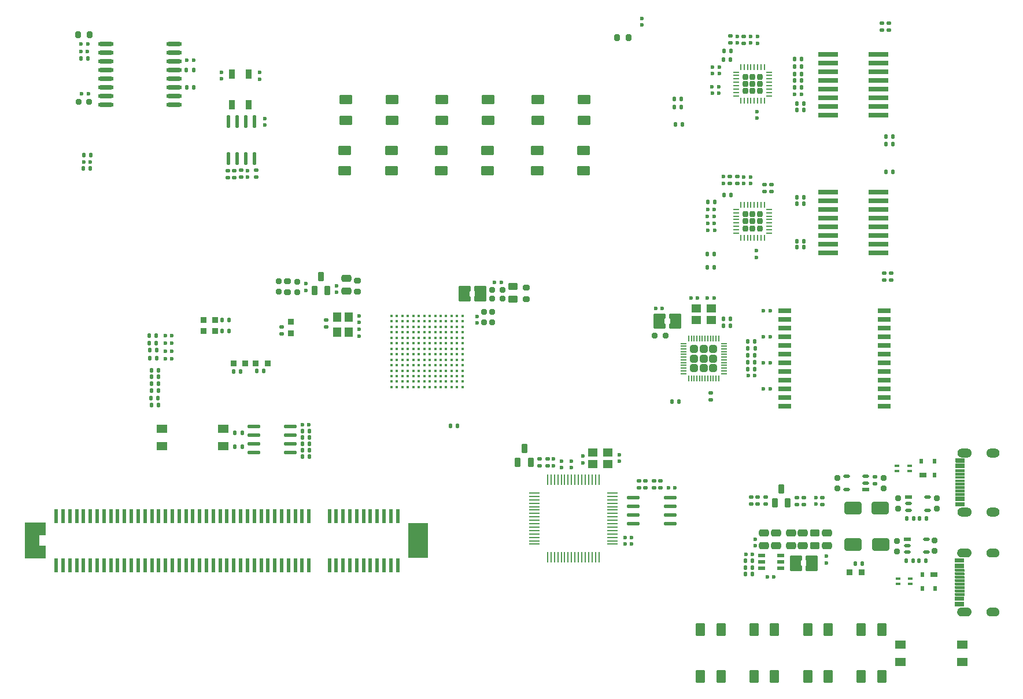
<source format=gbr>
G04 #@! TF.GenerationSoftware,KiCad,Pcbnew,7.0.9*
G04 #@! TF.CreationDate,2025-03-13T10:23:01+08:00*
G04 #@! TF.ProjectId,HPM5E00EVKRevC,48504d35-4530-4304-9556-4b526576432e,rev?*
G04 #@! TF.SameCoordinates,Original*
G04 #@! TF.FileFunction,Paste,Top*
G04 #@! TF.FilePolarity,Positive*
%FSLAX46Y46*%
G04 Gerber Fmt 4.6, Leading zero omitted, Abs format (unit mm)*
G04 Created by KiCad (PCBNEW 7.0.9) date 2025-03-13 10:23:01*
%MOMM*%
%LPD*%
G01*
G04 APERTURE LIST*
G04 Aperture macros list*
%AMRoundRect*
0 Rectangle with rounded corners*
0 $1 Rounding radius*
0 $2 $3 $4 $5 $6 $7 $8 $9 X,Y pos of 4 corners*
0 Add a 4 corners polygon primitive as box body*
4,1,4,$2,$3,$4,$5,$6,$7,$8,$9,$2,$3,0*
0 Add four circle primitives for the rounded corners*
1,1,$1+$1,$2,$3*
1,1,$1+$1,$4,$5*
1,1,$1+$1,$6,$7*
1,1,$1+$1,$8,$9*
0 Add four rect primitives between the rounded corners*
20,1,$1+$1,$2,$3,$4,$5,0*
20,1,$1+$1,$4,$5,$6,$7,0*
20,1,$1+$1,$6,$7,$8,$9,0*
20,1,$1+$1,$8,$9,$2,$3,0*%
%AMFreePoly0*
4,1,21,1.542426,2.642426,1.560000,2.600000,1.560000,-2.600000,1.542426,-2.642426,1.500000,-2.660000,-1.500000,-2.660000,-1.542426,-2.642426,-1.560000,-2.600000,-1.560000,-0.800000,-1.542426,-0.757574,-1.500000,-0.740000,-0.560000,-0.740000,-0.560000,0.740000,-1.500000,0.740000,-1.542426,0.757574,-1.560000,0.800000,-1.560000,2.600000,-1.542426,2.642426,-1.500000,2.660000,1.500000,2.660000,
1.542426,2.642426,1.542426,2.642426,$1*%
G04 Aperture macros list end*
%ADD10C,0.005100*%
%ADD11C,0.120000*%
%ADD12C,0.600000*%
%ADD13RoundRect,0.135000X-0.185000X0.135000X-0.185000X-0.135000X0.185000X-0.135000X0.185000X0.135000X0*%
%ADD14RoundRect,0.135000X-0.135000X-0.185000X0.135000X-0.185000X0.135000X0.185000X-0.135000X0.185000X0*%
%ADD15R,0.750000X0.400000*%
%ADD16RoundRect,0.200000X0.275000X-0.200000X0.275000X0.200000X-0.275000X0.200000X-0.275000X-0.200000X0*%
%ADD17R,2.921000X0.762000*%
%ADD18R,3.000000X5.200000*%
%ADD19FreePoly0,180.000000*%
%ADD20R,0.550000X2.000000*%
%ADD21R,1.400000X1.200000*%
%ADD22RoundRect,0.250000X0.475000X-0.250000X0.475000X0.250000X-0.475000X0.250000X-0.475000X-0.250000X0*%
%ADD23RoundRect,0.050800X0.750550X-0.549900X0.750550X0.549900X-0.750550X0.549900X-0.750550X-0.549900X0*%
%ADD24R,1.016000X0.508000*%
%ADD25O,1.016000X0.508000*%
%ADD26RoundRect,0.135000X0.185000X-0.135000X0.185000X0.135000X-0.185000X0.135000X-0.185000X-0.135000X0*%
%ADD27RoundRect,0.135000X0.135000X0.185000X-0.135000X0.185000X-0.135000X-0.185000X0.135000X-0.185000X0*%
%ADD28RoundRect,0.050800X-0.599450X0.849650X-0.599450X-0.849650X0.599450X-0.849650X0.599450X0.849650X0*%
%ADD29RoundRect,0.050800X-0.750550X0.549900X-0.750550X-0.549900X0.750550X-0.549900X0.750550X0.549900X0*%
%ADD30C,0.950000*%
%ADD31RoundRect,0.050000X0.650000X-0.150000X0.650000X0.150000X-0.650000X0.150000X-0.650000X-0.150000X0*%
%ADD32RoundRect,0.050800X-0.400050X0.400050X-0.400050X-0.400050X0.400050X-0.400050X0.400050X0.400050X0*%
%ADD33RoundRect,0.250000X-1.000000X-0.650000X1.000000X-0.650000X1.000000X0.650000X-1.000000X0.650000X0*%
%ADD34R,1.000000X0.550000*%
%ADD35R,0.250000X1.500000*%
%ADD36R,1.500000X0.250000*%
%ADD37RoundRect,0.250000X-0.315000X-0.315000X0.315000X-0.315000X0.315000X0.315000X-0.315000X0.315000X0*%
%ADD38RoundRect,0.050000X-0.375000X-0.050000X0.375000X-0.050000X0.375000X0.050000X-0.375000X0.050000X0*%
%ADD39RoundRect,0.050000X-0.050000X-0.375000X0.050000X-0.375000X0.050000X0.375000X-0.050000X0.375000X0*%
%ADD40RoundRect,0.250000X-0.475000X0.250000X-0.475000X-0.250000X0.475000X-0.250000X0.475000X0.250000X0*%
%ADD41RoundRect,0.050800X-0.849650X-0.599450X0.849650X-0.599450X0.849650X0.599450X-0.849650X0.599450X0*%
%ADD42RoundRect,0.250000X-0.450000X0.262500X-0.450000X-0.262500X0.450000X-0.262500X0.450000X0.262500X0*%
%ADD43C,0.400000*%
%ADD44R,1.635000X2.160000*%
%ADD45O,1.950000X0.568000*%
%ADD46RoundRect,0.050800X0.400050X-0.400050X0.400050X0.400050X-0.400050X0.400050X-0.400050X-0.400050X0*%
%ADD47O,0.568000X1.950000*%
%ADD48RoundRect,0.200000X-0.200000X-0.275000X0.200000X-0.275000X0.200000X0.275000X-0.200000X0.275000X0*%
%ADD49R,1.200000X1.400000*%
%ADD50R,1.905000X0.759968*%
%ADD51RoundRect,0.207500X-0.207500X-0.207500X0.207500X-0.207500X0.207500X0.207500X-0.207500X0.207500X0*%
%ADD52RoundRect,0.062500X-0.375000X-0.062500X0.375000X-0.062500X0.375000X0.062500X-0.375000X0.062500X0*%
%ADD53RoundRect,0.062500X-0.062500X-0.375000X0.062500X-0.375000X0.062500X0.375000X-0.062500X0.375000X0*%
%ADD54RoundRect,0.050800X-0.350000X0.625000X-0.350000X-0.625000X0.350000X-0.625000X0.350000X0.625000X0*%
%ADD55RoundRect,0.050800X0.400050X0.400050X-0.400050X0.400050X-0.400050X-0.400050X0.400050X-0.400050X0*%
%ADD56R,1.000000X0.700000*%
%ADD57R,0.600000X0.700000*%
%ADD58R,0.900000X1.400000*%
%ADD59O,2.300000X0.600000*%
G04 APERTURE END LIST*
D10*
X213269550Y-126700700D02*
X212079550Y-126700700D01*
X212079550Y-126200700D01*
X213269550Y-126200700D01*
X213269550Y-126700700D01*
G36*
X213269550Y-126700700D02*
G01*
X212079550Y-126700700D01*
X212079550Y-126200700D01*
X213269550Y-126200700D01*
X213269550Y-126700700D01*
G37*
X213269550Y-125900600D02*
X212079550Y-125900600D01*
X212079550Y-125400600D01*
X213269550Y-125400600D01*
X213269550Y-125900600D01*
G36*
X213269550Y-125900600D02*
G01*
X212079550Y-125900600D01*
X212079550Y-125400600D01*
X213269550Y-125400600D01*
X213269550Y-125900600D01*
G37*
X213319550Y-125150700D02*
X212029550Y-125150700D01*
X212029550Y-124850700D01*
X213319550Y-124850700D01*
X213319550Y-125150700D01*
G36*
X213319550Y-125150700D02*
G01*
X212029550Y-125150700D01*
X212029550Y-124850700D01*
X213319550Y-124850700D01*
X213319550Y-125150700D01*
G37*
X213319550Y-124650500D02*
X212029550Y-124650500D01*
X212029550Y-124350600D01*
X213319550Y-124350600D01*
X213319550Y-124650500D01*
G36*
X213319550Y-124650500D02*
G01*
X212029550Y-124650500D01*
X212029550Y-124350600D01*
X213319550Y-124350600D01*
X213319550Y-124650500D01*
G37*
X213319550Y-124150700D02*
X212029550Y-124150700D01*
X212029550Y-123850700D01*
X213319550Y-123850700D01*
X213319550Y-124150700D01*
G36*
X213319550Y-124150700D02*
G01*
X212029550Y-124150700D01*
X212029550Y-123850700D01*
X213319550Y-123850700D01*
X213319550Y-124150700D01*
G37*
X213319550Y-123650600D02*
X212029550Y-123650600D01*
X212029550Y-123350600D01*
X213319550Y-123350600D01*
X213319550Y-123650600D01*
G36*
X213319550Y-123650600D02*
G01*
X212029550Y-123650600D01*
X212029550Y-123350600D01*
X213319550Y-123350600D01*
X213319550Y-123650600D01*
G37*
X213319550Y-123150700D02*
X212029550Y-123150700D01*
X212029550Y-122850800D01*
X213319550Y-122850800D01*
X213319550Y-123150700D01*
G36*
X213319550Y-123150700D02*
G01*
X212029550Y-123150700D01*
X212029550Y-122850800D01*
X213319550Y-122850800D01*
X213319550Y-123150700D01*
G37*
X213319550Y-122650600D02*
X212029550Y-122650600D01*
X212029550Y-122350600D01*
X213319550Y-122350600D01*
X213319550Y-122650600D01*
G36*
X213319550Y-122650600D02*
G01*
X212029550Y-122650600D01*
X212029550Y-122350600D01*
X213319550Y-122350600D01*
X213319550Y-122650600D01*
G37*
X213319550Y-122151000D02*
X212029550Y-122151000D01*
X212029550Y-121851000D01*
X213319550Y-121851000D01*
X213319550Y-122151000D01*
G36*
X213319550Y-122151000D02*
G01*
X212029550Y-122151000D01*
X212029550Y-121851000D01*
X213319550Y-121851000D01*
X213319550Y-122151000D01*
G37*
X213319550Y-121650600D02*
X212029550Y-121650600D01*
X212029550Y-121350600D01*
X213319550Y-121350600D01*
X213319550Y-121650600D01*
G36*
X213319550Y-121650600D02*
G01*
X212029550Y-121650600D01*
X212029550Y-121350600D01*
X213319550Y-121350600D01*
X213319550Y-121650600D01*
G37*
X213269750Y-121100500D02*
X212079750Y-121100500D01*
X212079750Y-120600500D01*
X213269750Y-120600500D01*
X213269750Y-121100500D01*
G36*
X213269750Y-121100500D02*
G01*
X212079750Y-121100500D01*
X212079750Y-120600500D01*
X213269750Y-120600500D01*
X213269750Y-121100500D01*
G37*
X213269550Y-120300500D02*
X212079550Y-120300500D01*
X212079550Y-119800500D01*
X213269550Y-119800500D01*
X213269550Y-120300500D01*
G36*
X213269550Y-120300500D02*
G01*
X212079550Y-120300500D01*
X212079550Y-119800500D01*
X213269550Y-119800500D01*
X213269550Y-120300500D01*
G37*
X213754250Y-126971500D02*
X213784150Y-126973700D01*
X213813850Y-126977400D01*
X213843350Y-126982600D01*
X213872450Y-126989300D01*
X213901250Y-126997400D01*
X213929650Y-127006900D01*
X213957450Y-127017900D01*
X213984750Y-127030100D01*
X214011350Y-127043800D01*
X214037250Y-127058800D01*
X214062450Y-127075000D01*
X214086650Y-127092400D01*
X214110050Y-127111100D01*
X214132550Y-127130900D01*
X214153950Y-127151800D01*
X214174250Y-127173700D01*
X214193450Y-127196600D01*
X214211550Y-127220500D01*
X214228450Y-127245200D01*
X214244050Y-127270700D01*
X214258350Y-127297000D01*
X214271350Y-127324000D01*
X214282950Y-127351500D01*
X214293150Y-127379600D01*
X214301950Y-127408200D01*
X214309350Y-127437200D01*
X214315250Y-127466500D01*
X214319750Y-127496100D01*
X214322750Y-127525900D01*
X214324250Y-127555800D01*
X214324250Y-127585700D01*
X214322750Y-127615600D01*
X214319750Y-127645300D01*
X214315250Y-127674900D01*
X214309350Y-127704200D01*
X214301950Y-127733200D01*
X214293150Y-127761800D01*
X214282950Y-127789900D01*
X214271350Y-127817500D01*
X214258350Y-127844500D01*
X214244050Y-127870700D01*
X214228450Y-127896300D01*
X214211550Y-127921000D01*
X214193450Y-127944800D01*
X214174250Y-127967700D01*
X214153950Y-127989700D01*
X214132550Y-128010600D01*
X214110050Y-128030400D01*
X214086650Y-128049000D01*
X214062450Y-128066500D01*
X214037250Y-128082700D01*
X214011350Y-128097700D01*
X213984750Y-128111300D01*
X213957450Y-128123600D01*
X213929650Y-128134500D01*
X213901250Y-128144100D01*
X213872450Y-128152200D01*
X213843350Y-128158800D01*
X213813850Y-128164000D01*
X213784150Y-128167800D01*
X213754250Y-128170000D01*
X213724450Y-128170700D01*
X212924450Y-128170700D01*
X212894550Y-128170000D01*
X212864650Y-128167800D01*
X212834950Y-128164000D01*
X212805550Y-128158800D01*
X212776350Y-128152200D01*
X212747550Y-128144100D01*
X212719150Y-128134500D01*
X212691350Y-128123600D01*
X212664050Y-128111300D01*
X212637450Y-128097700D01*
X212611550Y-128082700D01*
X212586450Y-128066500D01*
X212562150Y-128049000D01*
X212538750Y-128030400D01*
X212516350Y-128010600D01*
X212494850Y-127989700D01*
X212474550Y-127967700D01*
X212455350Y-127944800D01*
X212437250Y-127921000D01*
X212420350Y-127896300D01*
X212404750Y-127870700D01*
X212390450Y-127844500D01*
X212377450Y-127817500D01*
X212365850Y-127789900D01*
X212355650Y-127761800D01*
X212346850Y-127733200D01*
X212339450Y-127704200D01*
X212333550Y-127674900D01*
X212329050Y-127645300D01*
X212326050Y-127615600D01*
X212324550Y-127585700D01*
X212324550Y-127555800D01*
X212326050Y-127525900D01*
X212329050Y-127496100D01*
X212333550Y-127466500D01*
X212339450Y-127437200D01*
X212346850Y-127408200D01*
X212355650Y-127379600D01*
X212365850Y-127351500D01*
X212377450Y-127324000D01*
X212390450Y-127297000D01*
X212404750Y-127270700D01*
X212420350Y-127245200D01*
X212437250Y-127220500D01*
X212455350Y-127196600D01*
X212474550Y-127173700D01*
X212494850Y-127151800D01*
X212516350Y-127130900D01*
X212538750Y-127111100D01*
X212562150Y-127092400D01*
X212586450Y-127075000D01*
X212611550Y-127058800D01*
X212637450Y-127043800D01*
X212664050Y-127030100D01*
X212691350Y-127017900D01*
X212719150Y-127006900D01*
X212747550Y-126997400D01*
X212776350Y-126989300D01*
X212805550Y-126982600D01*
X212834950Y-126977400D01*
X212864650Y-126973700D01*
X212894550Y-126971500D01*
X212924450Y-126970700D01*
X213724450Y-126970700D01*
X213754250Y-126971500D01*
G36*
X213754250Y-126971500D02*
G01*
X213784150Y-126973700D01*
X213813850Y-126977400D01*
X213843350Y-126982600D01*
X213872450Y-126989300D01*
X213901250Y-126997400D01*
X213929650Y-127006900D01*
X213957450Y-127017900D01*
X213984750Y-127030100D01*
X214011350Y-127043800D01*
X214037250Y-127058800D01*
X214062450Y-127075000D01*
X214086650Y-127092400D01*
X214110050Y-127111100D01*
X214132550Y-127130900D01*
X214153950Y-127151800D01*
X214174250Y-127173700D01*
X214193450Y-127196600D01*
X214211550Y-127220500D01*
X214228450Y-127245200D01*
X214244050Y-127270700D01*
X214258350Y-127297000D01*
X214271350Y-127324000D01*
X214282950Y-127351500D01*
X214293150Y-127379600D01*
X214301950Y-127408200D01*
X214309350Y-127437200D01*
X214315250Y-127466500D01*
X214319750Y-127496100D01*
X214322750Y-127525900D01*
X214324250Y-127555800D01*
X214324250Y-127585700D01*
X214322750Y-127615600D01*
X214319750Y-127645300D01*
X214315250Y-127674900D01*
X214309350Y-127704200D01*
X214301950Y-127733200D01*
X214293150Y-127761800D01*
X214282950Y-127789900D01*
X214271350Y-127817500D01*
X214258350Y-127844500D01*
X214244050Y-127870700D01*
X214228450Y-127896300D01*
X214211550Y-127921000D01*
X214193450Y-127944800D01*
X214174250Y-127967700D01*
X214153950Y-127989700D01*
X214132550Y-128010600D01*
X214110050Y-128030400D01*
X214086650Y-128049000D01*
X214062450Y-128066500D01*
X214037250Y-128082700D01*
X214011350Y-128097700D01*
X213984750Y-128111300D01*
X213957450Y-128123600D01*
X213929650Y-128134500D01*
X213901250Y-128144100D01*
X213872450Y-128152200D01*
X213843350Y-128158800D01*
X213813850Y-128164000D01*
X213784150Y-128167800D01*
X213754250Y-128170000D01*
X213724450Y-128170700D01*
X212924450Y-128170700D01*
X212894550Y-128170000D01*
X212864650Y-128167800D01*
X212834950Y-128164000D01*
X212805550Y-128158800D01*
X212776350Y-128152200D01*
X212747550Y-128144100D01*
X212719150Y-128134500D01*
X212691350Y-128123600D01*
X212664050Y-128111300D01*
X212637450Y-128097700D01*
X212611550Y-128082700D01*
X212586450Y-128066500D01*
X212562150Y-128049000D01*
X212538750Y-128030400D01*
X212516350Y-128010600D01*
X212494850Y-127989700D01*
X212474550Y-127967700D01*
X212455350Y-127944800D01*
X212437250Y-127921000D01*
X212420350Y-127896300D01*
X212404750Y-127870700D01*
X212390450Y-127844500D01*
X212377450Y-127817500D01*
X212365850Y-127789900D01*
X212355650Y-127761800D01*
X212346850Y-127733200D01*
X212339450Y-127704200D01*
X212333550Y-127674900D01*
X212329050Y-127645300D01*
X212326050Y-127615600D01*
X212324550Y-127585700D01*
X212324550Y-127555800D01*
X212326050Y-127525900D01*
X212329050Y-127496100D01*
X212333550Y-127466500D01*
X212339450Y-127437200D01*
X212346850Y-127408200D01*
X212355650Y-127379600D01*
X212365850Y-127351500D01*
X212377450Y-127324000D01*
X212390450Y-127297000D01*
X212404750Y-127270700D01*
X212420350Y-127245200D01*
X212437250Y-127220500D01*
X212455350Y-127196600D01*
X212474550Y-127173700D01*
X212494850Y-127151800D01*
X212516350Y-127130900D01*
X212538750Y-127111100D01*
X212562150Y-127092400D01*
X212586450Y-127075000D01*
X212611550Y-127058800D01*
X212637450Y-127043800D01*
X212664050Y-127030100D01*
X212691350Y-127017900D01*
X212719150Y-127006900D01*
X212747550Y-126997400D01*
X212776350Y-126989300D01*
X212805550Y-126982600D01*
X212834950Y-126977400D01*
X212864650Y-126973700D01*
X212894550Y-126971500D01*
X212924450Y-126970700D01*
X213724450Y-126970700D01*
X213754250Y-126971500D01*
G37*
X217834350Y-126971500D02*
X217864250Y-126973700D01*
X217893950Y-126977400D01*
X217923350Y-126982600D01*
X217952550Y-126989300D01*
X217981350Y-126997400D01*
X218009650Y-127006900D01*
X218037550Y-127017900D01*
X218064850Y-127030100D01*
X218091450Y-127043800D01*
X218117350Y-127058800D01*
X218142450Y-127075000D01*
X218166750Y-127092400D01*
X218190150Y-127111100D01*
X218212550Y-127130900D01*
X218233950Y-127151800D01*
X218254350Y-127173700D01*
X218273550Y-127196600D01*
X218291650Y-127220500D01*
X218308450Y-127245200D01*
X218324050Y-127270700D01*
X218338450Y-127297000D01*
X218351350Y-127324000D01*
X218363050Y-127351500D01*
X218373250Y-127379600D01*
X218382050Y-127408200D01*
X218389450Y-127437200D01*
X218395350Y-127466500D01*
X218399850Y-127496100D01*
X218402850Y-127525900D01*
X218404350Y-127555800D01*
X218404350Y-127585700D01*
X218402850Y-127615600D01*
X218399850Y-127645300D01*
X218395350Y-127674900D01*
X218389450Y-127704200D01*
X218382050Y-127733200D01*
X218373250Y-127761800D01*
X218363050Y-127789900D01*
X218351350Y-127817500D01*
X218338450Y-127844500D01*
X218324050Y-127870700D01*
X218308450Y-127896300D01*
X218291650Y-127921000D01*
X218273550Y-127944800D01*
X218254350Y-127967700D01*
X218233950Y-127989700D01*
X218212550Y-128010600D01*
X218190150Y-128030400D01*
X218166750Y-128049000D01*
X218142450Y-128066500D01*
X218117350Y-128082700D01*
X218091450Y-128097700D01*
X218064850Y-128111300D01*
X218037550Y-128123600D01*
X218009650Y-128134500D01*
X217981350Y-128144100D01*
X217952550Y-128152200D01*
X217923350Y-128158800D01*
X217893950Y-128164000D01*
X217864250Y-128167800D01*
X217834350Y-128170000D01*
X217804450Y-128170700D01*
X217204450Y-128170700D01*
X217174550Y-128170000D01*
X217144750Y-128167800D01*
X217115050Y-128164000D01*
X217085550Y-128158800D01*
X217056450Y-128152200D01*
X217027650Y-128144100D01*
X216999250Y-128134500D01*
X216971450Y-128123600D01*
X216944150Y-128111300D01*
X216917550Y-128097700D01*
X216891650Y-128082700D01*
X216866450Y-128066500D01*
X216842250Y-128049000D01*
X216818850Y-128030400D01*
X216796350Y-128010600D01*
X216774950Y-127989700D01*
X216754650Y-127967700D01*
X216735350Y-127944800D01*
X216717350Y-127921000D01*
X216700450Y-127896300D01*
X216684850Y-127870700D01*
X216670550Y-127844500D01*
X216657550Y-127817500D01*
X216645950Y-127789900D01*
X216635750Y-127761800D01*
X216626950Y-127733200D01*
X216619550Y-127704200D01*
X216613650Y-127674900D01*
X216609150Y-127645300D01*
X216606150Y-127615600D01*
X216604650Y-127585700D01*
X216604650Y-127555800D01*
X216606150Y-127525900D01*
X216609150Y-127496100D01*
X216613650Y-127466500D01*
X216619550Y-127437200D01*
X216626950Y-127408200D01*
X216635750Y-127379600D01*
X216645950Y-127351500D01*
X216657550Y-127324000D01*
X216670550Y-127297000D01*
X216684850Y-127270700D01*
X216700450Y-127245200D01*
X216717350Y-127220500D01*
X216735350Y-127196600D01*
X216754650Y-127173700D01*
X216774950Y-127151800D01*
X216796350Y-127130900D01*
X216818850Y-127111100D01*
X216842250Y-127092400D01*
X216866450Y-127075000D01*
X216891650Y-127058800D01*
X216917550Y-127043800D01*
X216944150Y-127030100D01*
X216971450Y-127017900D01*
X216999250Y-127006900D01*
X217027650Y-126997400D01*
X217056450Y-126989300D01*
X217085550Y-126982600D01*
X217115050Y-126977400D01*
X217144750Y-126973700D01*
X217174550Y-126971500D01*
X217204450Y-126970700D01*
X217804450Y-126970700D01*
X217834350Y-126971500D01*
G36*
X217834350Y-126971500D02*
G01*
X217864250Y-126973700D01*
X217893950Y-126977400D01*
X217923350Y-126982600D01*
X217952550Y-126989300D01*
X217981350Y-126997400D01*
X218009650Y-127006900D01*
X218037550Y-127017900D01*
X218064850Y-127030100D01*
X218091450Y-127043800D01*
X218117350Y-127058800D01*
X218142450Y-127075000D01*
X218166750Y-127092400D01*
X218190150Y-127111100D01*
X218212550Y-127130900D01*
X218233950Y-127151800D01*
X218254350Y-127173700D01*
X218273550Y-127196600D01*
X218291650Y-127220500D01*
X218308450Y-127245200D01*
X218324050Y-127270700D01*
X218338450Y-127297000D01*
X218351350Y-127324000D01*
X218363050Y-127351500D01*
X218373250Y-127379600D01*
X218382050Y-127408200D01*
X218389450Y-127437200D01*
X218395350Y-127466500D01*
X218399850Y-127496100D01*
X218402850Y-127525900D01*
X218404350Y-127555800D01*
X218404350Y-127585700D01*
X218402850Y-127615600D01*
X218399850Y-127645300D01*
X218395350Y-127674900D01*
X218389450Y-127704200D01*
X218382050Y-127733200D01*
X218373250Y-127761800D01*
X218363050Y-127789900D01*
X218351350Y-127817500D01*
X218338450Y-127844500D01*
X218324050Y-127870700D01*
X218308450Y-127896300D01*
X218291650Y-127921000D01*
X218273550Y-127944800D01*
X218254350Y-127967700D01*
X218233950Y-127989700D01*
X218212550Y-128010600D01*
X218190150Y-128030400D01*
X218166750Y-128049000D01*
X218142450Y-128066500D01*
X218117350Y-128082700D01*
X218091450Y-128097700D01*
X218064850Y-128111300D01*
X218037550Y-128123600D01*
X218009650Y-128134500D01*
X217981350Y-128144100D01*
X217952550Y-128152200D01*
X217923350Y-128158800D01*
X217893950Y-128164000D01*
X217864250Y-128167800D01*
X217834350Y-128170000D01*
X217804450Y-128170700D01*
X217204450Y-128170700D01*
X217174550Y-128170000D01*
X217144750Y-128167800D01*
X217115050Y-128164000D01*
X217085550Y-128158800D01*
X217056450Y-128152200D01*
X217027650Y-128144100D01*
X216999250Y-128134500D01*
X216971450Y-128123600D01*
X216944150Y-128111300D01*
X216917550Y-128097700D01*
X216891650Y-128082700D01*
X216866450Y-128066500D01*
X216842250Y-128049000D01*
X216818850Y-128030400D01*
X216796350Y-128010600D01*
X216774950Y-127989700D01*
X216754650Y-127967700D01*
X216735350Y-127944800D01*
X216717350Y-127921000D01*
X216700450Y-127896300D01*
X216684850Y-127870700D01*
X216670550Y-127844500D01*
X216657550Y-127817500D01*
X216645950Y-127789900D01*
X216635750Y-127761800D01*
X216626950Y-127733200D01*
X216619550Y-127704200D01*
X216613650Y-127674900D01*
X216609150Y-127645300D01*
X216606150Y-127615600D01*
X216604650Y-127585700D01*
X216604650Y-127555800D01*
X216606150Y-127525900D01*
X216609150Y-127496100D01*
X216613650Y-127466500D01*
X216619550Y-127437200D01*
X216626950Y-127408200D01*
X216635750Y-127379600D01*
X216645950Y-127351500D01*
X216657550Y-127324000D01*
X216670550Y-127297000D01*
X216684850Y-127270700D01*
X216700450Y-127245200D01*
X216717350Y-127220500D01*
X216735350Y-127196600D01*
X216754650Y-127173700D01*
X216774950Y-127151800D01*
X216796350Y-127130900D01*
X216818850Y-127111100D01*
X216842250Y-127092400D01*
X216866450Y-127075000D01*
X216891650Y-127058800D01*
X216917550Y-127043800D01*
X216944150Y-127030100D01*
X216971450Y-127017900D01*
X216999250Y-127006900D01*
X217027650Y-126997400D01*
X217056450Y-126989300D01*
X217085550Y-126982600D01*
X217115050Y-126977400D01*
X217144750Y-126973700D01*
X217174550Y-126971500D01*
X217204450Y-126970700D01*
X217804450Y-126970700D01*
X217834350Y-126971500D01*
G37*
X213754250Y-118331400D02*
X213784150Y-118333600D01*
X213813850Y-118337400D01*
X213843350Y-118342600D01*
X213872450Y-118349200D01*
X213901250Y-118357300D01*
X213929650Y-118366900D01*
X213957450Y-118377800D01*
X213984750Y-118390100D01*
X214011350Y-118403700D01*
X214037250Y-118418700D01*
X214062450Y-118434900D01*
X214086650Y-118452400D01*
X214110050Y-118471000D01*
X214132550Y-118490800D01*
X214153950Y-118511700D01*
X214174250Y-118533700D01*
X214193450Y-118556600D01*
X214211550Y-118580400D01*
X214228450Y-118605100D01*
X214244050Y-118630700D01*
X214258350Y-118656900D01*
X214271350Y-118683900D01*
X214282950Y-118711500D01*
X214293150Y-118739600D01*
X214301950Y-118768200D01*
X214309350Y-118797200D01*
X214315250Y-118826500D01*
X214319750Y-118856100D01*
X214322750Y-118885800D01*
X214324250Y-118915700D01*
X214324250Y-118945600D01*
X214322750Y-118975500D01*
X214319750Y-119005300D01*
X214315250Y-119034900D01*
X214309350Y-119064200D01*
X214301950Y-119093200D01*
X214293150Y-119121800D01*
X214282950Y-119149900D01*
X214271350Y-119177400D01*
X214258350Y-119204400D01*
X214244050Y-119230700D01*
X214228450Y-119256200D01*
X214211550Y-119280900D01*
X214193450Y-119304800D01*
X214174250Y-119327700D01*
X214153950Y-119349600D01*
X214132550Y-119370500D01*
X214110050Y-119390300D01*
X214086650Y-119408900D01*
X214062450Y-119426400D01*
X214037250Y-119442600D01*
X214011350Y-119457600D01*
X213984750Y-119471300D01*
X213957450Y-119483500D01*
X213929650Y-119494500D01*
X213901250Y-119504000D01*
X213872450Y-119512100D01*
X213843350Y-119518800D01*
X213813850Y-119524000D01*
X213784150Y-119527700D01*
X213754250Y-119529900D01*
X213724450Y-119530700D01*
X212924450Y-119530700D01*
X212894550Y-119529900D01*
X212864650Y-119527700D01*
X212834950Y-119524000D01*
X212805550Y-119518800D01*
X212776350Y-119512100D01*
X212747550Y-119504000D01*
X212719150Y-119494500D01*
X212691350Y-119483500D01*
X212664050Y-119471300D01*
X212637450Y-119457600D01*
X212611550Y-119442600D01*
X212586450Y-119426400D01*
X212562150Y-119408900D01*
X212538750Y-119390300D01*
X212516350Y-119370500D01*
X212494850Y-119349600D01*
X212474550Y-119327700D01*
X212455350Y-119304800D01*
X212437250Y-119280900D01*
X212420350Y-119256200D01*
X212404750Y-119230700D01*
X212390450Y-119204400D01*
X212377450Y-119177400D01*
X212365850Y-119149900D01*
X212355650Y-119121800D01*
X212346850Y-119093200D01*
X212339450Y-119064200D01*
X212333550Y-119034900D01*
X212329050Y-119005300D01*
X212326050Y-118975500D01*
X212324550Y-118945600D01*
X212324550Y-118915700D01*
X212326050Y-118885800D01*
X212329050Y-118856100D01*
X212333550Y-118826500D01*
X212339450Y-118797200D01*
X212346850Y-118768200D01*
X212355650Y-118739600D01*
X212365850Y-118711500D01*
X212377450Y-118683900D01*
X212390450Y-118656900D01*
X212404750Y-118630700D01*
X212420350Y-118605100D01*
X212437250Y-118580400D01*
X212455350Y-118556600D01*
X212474550Y-118533700D01*
X212494850Y-118511700D01*
X212516350Y-118490800D01*
X212538750Y-118471000D01*
X212562150Y-118452400D01*
X212586450Y-118434900D01*
X212611550Y-118418700D01*
X212637450Y-118403700D01*
X212664050Y-118390100D01*
X212691350Y-118377800D01*
X212719150Y-118366900D01*
X212747550Y-118357300D01*
X212776350Y-118349200D01*
X212805550Y-118342600D01*
X212834950Y-118337400D01*
X212864650Y-118333600D01*
X212894550Y-118331400D01*
X212924450Y-118330700D01*
X213724450Y-118330700D01*
X213754250Y-118331400D01*
G36*
X213754250Y-118331400D02*
G01*
X213784150Y-118333600D01*
X213813850Y-118337400D01*
X213843350Y-118342600D01*
X213872450Y-118349200D01*
X213901250Y-118357300D01*
X213929650Y-118366900D01*
X213957450Y-118377800D01*
X213984750Y-118390100D01*
X214011350Y-118403700D01*
X214037250Y-118418700D01*
X214062450Y-118434900D01*
X214086650Y-118452400D01*
X214110050Y-118471000D01*
X214132550Y-118490800D01*
X214153950Y-118511700D01*
X214174250Y-118533700D01*
X214193450Y-118556600D01*
X214211550Y-118580400D01*
X214228450Y-118605100D01*
X214244050Y-118630700D01*
X214258350Y-118656900D01*
X214271350Y-118683900D01*
X214282950Y-118711500D01*
X214293150Y-118739600D01*
X214301950Y-118768200D01*
X214309350Y-118797200D01*
X214315250Y-118826500D01*
X214319750Y-118856100D01*
X214322750Y-118885800D01*
X214324250Y-118915700D01*
X214324250Y-118945600D01*
X214322750Y-118975500D01*
X214319750Y-119005300D01*
X214315250Y-119034900D01*
X214309350Y-119064200D01*
X214301950Y-119093200D01*
X214293150Y-119121800D01*
X214282950Y-119149900D01*
X214271350Y-119177400D01*
X214258350Y-119204400D01*
X214244050Y-119230700D01*
X214228450Y-119256200D01*
X214211550Y-119280900D01*
X214193450Y-119304800D01*
X214174250Y-119327700D01*
X214153950Y-119349600D01*
X214132550Y-119370500D01*
X214110050Y-119390300D01*
X214086650Y-119408900D01*
X214062450Y-119426400D01*
X214037250Y-119442600D01*
X214011350Y-119457600D01*
X213984750Y-119471300D01*
X213957450Y-119483500D01*
X213929650Y-119494500D01*
X213901250Y-119504000D01*
X213872450Y-119512100D01*
X213843350Y-119518800D01*
X213813850Y-119524000D01*
X213784150Y-119527700D01*
X213754250Y-119529900D01*
X213724450Y-119530700D01*
X212924450Y-119530700D01*
X212894550Y-119529900D01*
X212864650Y-119527700D01*
X212834950Y-119524000D01*
X212805550Y-119518800D01*
X212776350Y-119512100D01*
X212747550Y-119504000D01*
X212719150Y-119494500D01*
X212691350Y-119483500D01*
X212664050Y-119471300D01*
X212637450Y-119457600D01*
X212611550Y-119442600D01*
X212586450Y-119426400D01*
X212562150Y-119408900D01*
X212538750Y-119390300D01*
X212516350Y-119370500D01*
X212494850Y-119349600D01*
X212474550Y-119327700D01*
X212455350Y-119304800D01*
X212437250Y-119280900D01*
X212420350Y-119256200D01*
X212404750Y-119230700D01*
X212390450Y-119204400D01*
X212377450Y-119177400D01*
X212365850Y-119149900D01*
X212355650Y-119121800D01*
X212346850Y-119093200D01*
X212339450Y-119064200D01*
X212333550Y-119034900D01*
X212329050Y-119005300D01*
X212326050Y-118975500D01*
X212324550Y-118945600D01*
X212324550Y-118915700D01*
X212326050Y-118885800D01*
X212329050Y-118856100D01*
X212333550Y-118826500D01*
X212339450Y-118797200D01*
X212346850Y-118768200D01*
X212355650Y-118739600D01*
X212365850Y-118711500D01*
X212377450Y-118683900D01*
X212390450Y-118656900D01*
X212404750Y-118630700D01*
X212420350Y-118605100D01*
X212437250Y-118580400D01*
X212455350Y-118556600D01*
X212474550Y-118533700D01*
X212494850Y-118511700D01*
X212516350Y-118490800D01*
X212538750Y-118471000D01*
X212562150Y-118452400D01*
X212586450Y-118434900D01*
X212611550Y-118418700D01*
X212637450Y-118403700D01*
X212664050Y-118390100D01*
X212691350Y-118377800D01*
X212719150Y-118366900D01*
X212747550Y-118357300D01*
X212776350Y-118349200D01*
X212805550Y-118342600D01*
X212834950Y-118337400D01*
X212864650Y-118333600D01*
X212894550Y-118331400D01*
X212924450Y-118330700D01*
X213724450Y-118330700D01*
X213754250Y-118331400D01*
G37*
X217834350Y-118331400D02*
X217864250Y-118333600D01*
X217893950Y-118337400D01*
X217923350Y-118342600D01*
X217952550Y-118349200D01*
X217981350Y-118357300D01*
X218009650Y-118366900D01*
X218037550Y-118377800D01*
X218064850Y-118390100D01*
X218091450Y-118403700D01*
X218117350Y-118418700D01*
X218142450Y-118434900D01*
X218166750Y-118452400D01*
X218190150Y-118471000D01*
X218212550Y-118490800D01*
X218233950Y-118511700D01*
X218254350Y-118533700D01*
X218273550Y-118556600D01*
X218291650Y-118580400D01*
X218308450Y-118605100D01*
X218324050Y-118630700D01*
X218338450Y-118656900D01*
X218351350Y-118683900D01*
X218363050Y-118711500D01*
X218373250Y-118739600D01*
X218382050Y-118768200D01*
X218389450Y-118797200D01*
X218395350Y-118826500D01*
X218399850Y-118856100D01*
X218402850Y-118885800D01*
X218404350Y-118915700D01*
X218404350Y-118945600D01*
X218402850Y-118975500D01*
X218399850Y-119005300D01*
X218395350Y-119034900D01*
X218389450Y-119064200D01*
X218382050Y-119093200D01*
X218373250Y-119121800D01*
X218363050Y-119149900D01*
X218351350Y-119177400D01*
X218338450Y-119204400D01*
X218324050Y-119230700D01*
X218308450Y-119256200D01*
X218291650Y-119280900D01*
X218273550Y-119304800D01*
X218254350Y-119327700D01*
X218233950Y-119349600D01*
X218212550Y-119370500D01*
X218190150Y-119390300D01*
X218166750Y-119408900D01*
X218142450Y-119426400D01*
X218117350Y-119442600D01*
X218091450Y-119457600D01*
X218064850Y-119471300D01*
X218037550Y-119483500D01*
X218009650Y-119494500D01*
X217981350Y-119504000D01*
X217952550Y-119512100D01*
X217923350Y-119518800D01*
X217893950Y-119524000D01*
X217864250Y-119527700D01*
X217834350Y-119529900D01*
X217804450Y-119530700D01*
X217204450Y-119530700D01*
X217174550Y-119529900D01*
X217144750Y-119527700D01*
X217115050Y-119524000D01*
X217085550Y-119518800D01*
X217056450Y-119512100D01*
X217027650Y-119504000D01*
X216999250Y-119494500D01*
X216971450Y-119483500D01*
X216944150Y-119471300D01*
X216917550Y-119457600D01*
X216891650Y-119442600D01*
X216866450Y-119426400D01*
X216842250Y-119408900D01*
X216818850Y-119390300D01*
X216796350Y-119370500D01*
X216774950Y-119349600D01*
X216754650Y-119327700D01*
X216735350Y-119304800D01*
X216717350Y-119280900D01*
X216700450Y-119256200D01*
X216684850Y-119230700D01*
X216670550Y-119204400D01*
X216657550Y-119177400D01*
X216645950Y-119149900D01*
X216635750Y-119121800D01*
X216626950Y-119093200D01*
X216619550Y-119064200D01*
X216613650Y-119034900D01*
X216609150Y-119005300D01*
X216606150Y-118975500D01*
X216604650Y-118945600D01*
X216604650Y-118915700D01*
X216606150Y-118885800D01*
X216609150Y-118856100D01*
X216613650Y-118826500D01*
X216619550Y-118797200D01*
X216626950Y-118768200D01*
X216635750Y-118739600D01*
X216645950Y-118711500D01*
X216657550Y-118683900D01*
X216670550Y-118656900D01*
X216684850Y-118630700D01*
X216700450Y-118605100D01*
X216717350Y-118580400D01*
X216735350Y-118556600D01*
X216754650Y-118533700D01*
X216774950Y-118511700D01*
X216796350Y-118490800D01*
X216818850Y-118471000D01*
X216842250Y-118452400D01*
X216866450Y-118434900D01*
X216891650Y-118418700D01*
X216917550Y-118403700D01*
X216944150Y-118390100D01*
X216971450Y-118377800D01*
X216999250Y-118366900D01*
X217027650Y-118357300D01*
X217056450Y-118349200D01*
X217085550Y-118342600D01*
X217115050Y-118337400D01*
X217144750Y-118333600D01*
X217174550Y-118331400D01*
X217204450Y-118330700D01*
X217804450Y-118330700D01*
X217834350Y-118331400D01*
G36*
X217834350Y-118331400D02*
G01*
X217864250Y-118333600D01*
X217893950Y-118337400D01*
X217923350Y-118342600D01*
X217952550Y-118349200D01*
X217981350Y-118357300D01*
X218009650Y-118366900D01*
X218037550Y-118377800D01*
X218064850Y-118390100D01*
X218091450Y-118403700D01*
X218117350Y-118418700D01*
X218142450Y-118434900D01*
X218166750Y-118452400D01*
X218190150Y-118471000D01*
X218212550Y-118490800D01*
X218233950Y-118511700D01*
X218254350Y-118533700D01*
X218273550Y-118556600D01*
X218291650Y-118580400D01*
X218308450Y-118605100D01*
X218324050Y-118630700D01*
X218338450Y-118656900D01*
X218351350Y-118683900D01*
X218363050Y-118711500D01*
X218373250Y-118739600D01*
X218382050Y-118768200D01*
X218389450Y-118797200D01*
X218395350Y-118826500D01*
X218399850Y-118856100D01*
X218402850Y-118885800D01*
X218404350Y-118915700D01*
X218404350Y-118945600D01*
X218402850Y-118975500D01*
X218399850Y-119005300D01*
X218395350Y-119034900D01*
X218389450Y-119064200D01*
X218382050Y-119093200D01*
X218373250Y-119121800D01*
X218363050Y-119149900D01*
X218351350Y-119177400D01*
X218338450Y-119204400D01*
X218324050Y-119230700D01*
X218308450Y-119256200D01*
X218291650Y-119280900D01*
X218273550Y-119304800D01*
X218254350Y-119327700D01*
X218233950Y-119349600D01*
X218212550Y-119370500D01*
X218190150Y-119390300D01*
X218166750Y-119408900D01*
X218142450Y-119426400D01*
X218117350Y-119442600D01*
X218091450Y-119457600D01*
X218064850Y-119471300D01*
X218037550Y-119483500D01*
X218009650Y-119494500D01*
X217981350Y-119504000D01*
X217952550Y-119512100D01*
X217923350Y-119518800D01*
X217893950Y-119524000D01*
X217864250Y-119527700D01*
X217834350Y-119529900D01*
X217804450Y-119530700D01*
X217204450Y-119530700D01*
X217174550Y-119529900D01*
X217144750Y-119527700D01*
X217115050Y-119524000D01*
X217085550Y-119518800D01*
X217056450Y-119512100D01*
X217027650Y-119504000D01*
X216999250Y-119494500D01*
X216971450Y-119483500D01*
X216944150Y-119471300D01*
X216917550Y-119457600D01*
X216891650Y-119442600D01*
X216866450Y-119426400D01*
X216842250Y-119408900D01*
X216818850Y-119390300D01*
X216796350Y-119370500D01*
X216774950Y-119349600D01*
X216754650Y-119327700D01*
X216735350Y-119304800D01*
X216717350Y-119280900D01*
X216700450Y-119256200D01*
X216684850Y-119230700D01*
X216670550Y-119204400D01*
X216657550Y-119177400D01*
X216645950Y-119149900D01*
X216635750Y-119121800D01*
X216626950Y-119093200D01*
X216619550Y-119064200D01*
X216613650Y-119034900D01*
X216609150Y-119005300D01*
X216606150Y-118975500D01*
X216604650Y-118945600D01*
X216604650Y-118915700D01*
X216606150Y-118885800D01*
X216609150Y-118856100D01*
X216613650Y-118826500D01*
X216619550Y-118797200D01*
X216626950Y-118768200D01*
X216635750Y-118739600D01*
X216645950Y-118711500D01*
X216657550Y-118683900D01*
X216670550Y-118656900D01*
X216684850Y-118630700D01*
X216700450Y-118605100D01*
X216717350Y-118580400D01*
X216735350Y-118556600D01*
X216754650Y-118533700D01*
X216774950Y-118511700D01*
X216796350Y-118490800D01*
X216818850Y-118471000D01*
X216842250Y-118452400D01*
X216866450Y-118434900D01*
X216891650Y-118418700D01*
X216917550Y-118403700D01*
X216944150Y-118390100D01*
X216971450Y-118377800D01*
X216999250Y-118366900D01*
X217027650Y-118357300D01*
X217056450Y-118349200D01*
X217085550Y-118342600D01*
X217115050Y-118337400D01*
X217144750Y-118333600D01*
X217174550Y-118331400D01*
X217204450Y-118330700D01*
X217804450Y-118330700D01*
X217834350Y-118331400D01*
G37*
D11*
X171825000Y-98660000D02*
X171825000Y-100620000D01*
X171725000Y-100720000D01*
X170255000Y-100720000D01*
X170155000Y-100620000D01*
X170155000Y-100107000D01*
X170255000Y-100007000D01*
X170646000Y-100007000D01*
X170746000Y-99907000D01*
X170746000Y-99373000D01*
X170646000Y-99273000D01*
X170255000Y-99273000D01*
X170155000Y-99173000D01*
X170155000Y-98660000D01*
X170255000Y-98560000D01*
X171725000Y-98560000D01*
X171825000Y-98660000D01*
G36*
X171825000Y-98660000D02*
G01*
X171825000Y-100620000D01*
X171725000Y-100720000D01*
X170255000Y-100720000D01*
X170155000Y-100620000D01*
X170155000Y-100107000D01*
X170255000Y-100007000D01*
X170646000Y-100007000D01*
X170746000Y-99907000D01*
X170746000Y-99373000D01*
X170646000Y-99273000D01*
X170255000Y-99273000D01*
X170155000Y-99173000D01*
X170155000Y-98660000D01*
X170255000Y-98560000D01*
X171725000Y-98560000D01*
X171825000Y-98660000D01*
G37*
X169525000Y-98660000D02*
X169525000Y-99173000D01*
X169425000Y-99273000D01*
X169034000Y-99273000D01*
X168934000Y-99373000D01*
X168934000Y-99907000D01*
X169034000Y-100007000D01*
X169425000Y-100007000D01*
X169525000Y-100107000D01*
X169525000Y-100620000D01*
X169425000Y-100720000D01*
X167955000Y-100720000D01*
X167855000Y-100620000D01*
X167855000Y-98660000D01*
X167955000Y-98560000D01*
X169425000Y-98560000D01*
X169525000Y-98660000D01*
G36*
X169525000Y-98660000D02*
G01*
X169525000Y-99173000D01*
X169425000Y-99273000D01*
X169034000Y-99273000D01*
X168934000Y-99373000D01*
X168934000Y-99907000D01*
X169034000Y-100007000D01*
X169425000Y-100007000D01*
X169525000Y-100107000D01*
X169525000Y-100620000D01*
X169425000Y-100720000D01*
X167955000Y-100720000D01*
X167855000Y-100620000D01*
X167855000Y-98660000D01*
X167955000Y-98560000D01*
X169425000Y-98560000D01*
X169525000Y-98660000D01*
G37*
D10*
X213249100Y-141318599D02*
X212059100Y-141318599D01*
X212059100Y-140818599D01*
X213249100Y-140818599D01*
X213249100Y-141318599D01*
G36*
X213249100Y-141318599D02*
G01*
X212059100Y-141318599D01*
X212059100Y-140818599D01*
X213249100Y-140818599D01*
X213249100Y-141318599D01*
G37*
X213249100Y-140518499D02*
X212059100Y-140518499D01*
X212059100Y-140018499D01*
X213249100Y-140018499D01*
X213249100Y-140518499D01*
G36*
X213249100Y-140518499D02*
G01*
X212059100Y-140518499D01*
X212059100Y-140018499D01*
X213249100Y-140018499D01*
X213249100Y-140518499D01*
G37*
X213299100Y-139768599D02*
X212009100Y-139768599D01*
X212009100Y-139468599D01*
X213299100Y-139468599D01*
X213299100Y-139768599D01*
G36*
X213299100Y-139768599D02*
G01*
X212009100Y-139768599D01*
X212009100Y-139468599D01*
X213299100Y-139468599D01*
X213299100Y-139768599D01*
G37*
X213299100Y-139268399D02*
X212009100Y-139268399D01*
X212009100Y-138968499D01*
X213299100Y-138968499D01*
X213299100Y-139268399D01*
G36*
X213299100Y-139268399D02*
G01*
X212009100Y-139268399D01*
X212009100Y-138968499D01*
X213299100Y-138968499D01*
X213299100Y-139268399D01*
G37*
X213299100Y-138768599D02*
X212009100Y-138768599D01*
X212009100Y-138468599D01*
X213299100Y-138468599D01*
X213299100Y-138768599D01*
G36*
X213299100Y-138768599D02*
G01*
X212009100Y-138768599D01*
X212009100Y-138468599D01*
X213299100Y-138468599D01*
X213299100Y-138768599D01*
G37*
X213299100Y-138268499D02*
X212009100Y-138268499D01*
X212009100Y-137968499D01*
X213299100Y-137968499D01*
X213299100Y-138268499D01*
G36*
X213299100Y-138268499D02*
G01*
X212009100Y-138268499D01*
X212009100Y-137968499D01*
X213299100Y-137968499D01*
X213299100Y-138268499D01*
G37*
X213299100Y-137768599D02*
X212009100Y-137768599D01*
X212009100Y-137468699D01*
X213299100Y-137468699D01*
X213299100Y-137768599D01*
G36*
X213299100Y-137768599D02*
G01*
X212009100Y-137768599D01*
X212009100Y-137468699D01*
X213299100Y-137468699D01*
X213299100Y-137768599D01*
G37*
X213299100Y-137268499D02*
X212009100Y-137268499D01*
X212009100Y-136968499D01*
X213299100Y-136968499D01*
X213299100Y-137268499D01*
G36*
X213299100Y-137268499D02*
G01*
X212009100Y-137268499D01*
X212009100Y-136968499D01*
X213299100Y-136968499D01*
X213299100Y-137268499D01*
G37*
X213299100Y-136768899D02*
X212009100Y-136768899D01*
X212009100Y-136468899D01*
X213299100Y-136468899D01*
X213299100Y-136768899D01*
G36*
X213299100Y-136768899D02*
G01*
X212009100Y-136768899D01*
X212009100Y-136468899D01*
X213299100Y-136468899D01*
X213299100Y-136768899D01*
G37*
X213299100Y-136268499D02*
X212009100Y-136268499D01*
X212009100Y-135968499D01*
X213299100Y-135968499D01*
X213299100Y-136268499D01*
G36*
X213299100Y-136268499D02*
G01*
X212009100Y-136268499D01*
X212009100Y-135968499D01*
X213299100Y-135968499D01*
X213299100Y-136268499D01*
G37*
X213249300Y-135718399D02*
X212059300Y-135718399D01*
X212059300Y-135218399D01*
X213249300Y-135218399D01*
X213249300Y-135718399D01*
G36*
X213249300Y-135718399D02*
G01*
X212059300Y-135718399D01*
X212059300Y-135218399D01*
X213249300Y-135218399D01*
X213249300Y-135718399D01*
G37*
X213249100Y-134918399D02*
X212059100Y-134918399D01*
X212059100Y-134418399D01*
X213249100Y-134418399D01*
X213249100Y-134918399D01*
G36*
X213249100Y-134918399D02*
G01*
X212059100Y-134918399D01*
X212059100Y-134418399D01*
X213249100Y-134418399D01*
X213249100Y-134918399D01*
G37*
X213733800Y-141589399D02*
X213763700Y-141591599D01*
X213793400Y-141595299D01*
X213822900Y-141600499D01*
X213852000Y-141607199D01*
X213880800Y-141615299D01*
X213909200Y-141624799D01*
X213937000Y-141635799D01*
X213964300Y-141647999D01*
X213990900Y-141661699D01*
X214016800Y-141676699D01*
X214042000Y-141692899D01*
X214066200Y-141710299D01*
X214089600Y-141728999D01*
X214112100Y-141748799D01*
X214133500Y-141769699D01*
X214153800Y-141791599D01*
X214173000Y-141814499D01*
X214191100Y-141838399D01*
X214208000Y-141863099D01*
X214223600Y-141888599D01*
X214237900Y-141914899D01*
X214250900Y-141941899D01*
X214262500Y-141969399D01*
X214272700Y-141997499D01*
X214281500Y-142026099D01*
X214288900Y-142055099D01*
X214294800Y-142084399D01*
X214299300Y-142113999D01*
X214302300Y-142143799D01*
X214303800Y-142173699D01*
X214303800Y-142203599D01*
X214302300Y-142233499D01*
X214299300Y-142263199D01*
X214294800Y-142292799D01*
X214288900Y-142322099D01*
X214281500Y-142351099D01*
X214272700Y-142379699D01*
X214262500Y-142407799D01*
X214250900Y-142435399D01*
X214237900Y-142462399D01*
X214223600Y-142488599D01*
X214208000Y-142514199D01*
X214191100Y-142538899D01*
X214173000Y-142562699D01*
X214153800Y-142585599D01*
X214133500Y-142607599D01*
X214112100Y-142628499D01*
X214089600Y-142648299D01*
X214066200Y-142666899D01*
X214042000Y-142684399D01*
X214016800Y-142700599D01*
X213990900Y-142715599D01*
X213964300Y-142729199D01*
X213937000Y-142741499D01*
X213909200Y-142752399D01*
X213880800Y-142761999D01*
X213852000Y-142770099D01*
X213822900Y-142776699D01*
X213793400Y-142781899D01*
X213763700Y-142785699D01*
X213733800Y-142787899D01*
X213704000Y-142788599D01*
X212904000Y-142788599D01*
X212874100Y-142787899D01*
X212844200Y-142785699D01*
X212814500Y-142781899D01*
X212785100Y-142776699D01*
X212755900Y-142770099D01*
X212727100Y-142761999D01*
X212698700Y-142752399D01*
X212670900Y-142741499D01*
X212643600Y-142729199D01*
X212617000Y-142715599D01*
X212591100Y-142700599D01*
X212566000Y-142684399D01*
X212541700Y-142666899D01*
X212518300Y-142648299D01*
X212495900Y-142628499D01*
X212474400Y-142607599D01*
X212454100Y-142585599D01*
X212434900Y-142562699D01*
X212416800Y-142538899D01*
X212399900Y-142514199D01*
X212384300Y-142488599D01*
X212370000Y-142462399D01*
X212357000Y-142435399D01*
X212345400Y-142407799D01*
X212335200Y-142379699D01*
X212326400Y-142351099D01*
X212319000Y-142322099D01*
X212313100Y-142292799D01*
X212308600Y-142263199D01*
X212305600Y-142233499D01*
X212304100Y-142203599D01*
X212304100Y-142173699D01*
X212305600Y-142143799D01*
X212308600Y-142113999D01*
X212313100Y-142084399D01*
X212319000Y-142055099D01*
X212326400Y-142026099D01*
X212335200Y-141997499D01*
X212345400Y-141969399D01*
X212357000Y-141941899D01*
X212370000Y-141914899D01*
X212384300Y-141888599D01*
X212399900Y-141863099D01*
X212416800Y-141838399D01*
X212434900Y-141814499D01*
X212454100Y-141791599D01*
X212474400Y-141769699D01*
X212495900Y-141748799D01*
X212518300Y-141728999D01*
X212541700Y-141710299D01*
X212566000Y-141692899D01*
X212591100Y-141676699D01*
X212617000Y-141661699D01*
X212643600Y-141647999D01*
X212670900Y-141635799D01*
X212698700Y-141624799D01*
X212727100Y-141615299D01*
X212755900Y-141607199D01*
X212785100Y-141600499D01*
X212814500Y-141595299D01*
X212844200Y-141591599D01*
X212874100Y-141589399D01*
X212904000Y-141588599D01*
X213704000Y-141588599D01*
X213733800Y-141589399D01*
G36*
X213733800Y-141589399D02*
G01*
X213763700Y-141591599D01*
X213793400Y-141595299D01*
X213822900Y-141600499D01*
X213852000Y-141607199D01*
X213880800Y-141615299D01*
X213909200Y-141624799D01*
X213937000Y-141635799D01*
X213964300Y-141647999D01*
X213990900Y-141661699D01*
X214016800Y-141676699D01*
X214042000Y-141692899D01*
X214066200Y-141710299D01*
X214089600Y-141728999D01*
X214112100Y-141748799D01*
X214133500Y-141769699D01*
X214153800Y-141791599D01*
X214173000Y-141814499D01*
X214191100Y-141838399D01*
X214208000Y-141863099D01*
X214223600Y-141888599D01*
X214237900Y-141914899D01*
X214250900Y-141941899D01*
X214262500Y-141969399D01*
X214272700Y-141997499D01*
X214281500Y-142026099D01*
X214288900Y-142055099D01*
X214294800Y-142084399D01*
X214299300Y-142113999D01*
X214302300Y-142143799D01*
X214303800Y-142173699D01*
X214303800Y-142203599D01*
X214302300Y-142233499D01*
X214299300Y-142263199D01*
X214294800Y-142292799D01*
X214288900Y-142322099D01*
X214281500Y-142351099D01*
X214272700Y-142379699D01*
X214262500Y-142407799D01*
X214250900Y-142435399D01*
X214237900Y-142462399D01*
X214223600Y-142488599D01*
X214208000Y-142514199D01*
X214191100Y-142538899D01*
X214173000Y-142562699D01*
X214153800Y-142585599D01*
X214133500Y-142607599D01*
X214112100Y-142628499D01*
X214089600Y-142648299D01*
X214066200Y-142666899D01*
X214042000Y-142684399D01*
X214016800Y-142700599D01*
X213990900Y-142715599D01*
X213964300Y-142729199D01*
X213937000Y-142741499D01*
X213909200Y-142752399D01*
X213880800Y-142761999D01*
X213852000Y-142770099D01*
X213822900Y-142776699D01*
X213793400Y-142781899D01*
X213763700Y-142785699D01*
X213733800Y-142787899D01*
X213704000Y-142788599D01*
X212904000Y-142788599D01*
X212874100Y-142787899D01*
X212844200Y-142785699D01*
X212814500Y-142781899D01*
X212785100Y-142776699D01*
X212755900Y-142770099D01*
X212727100Y-142761999D01*
X212698700Y-142752399D01*
X212670900Y-142741499D01*
X212643600Y-142729199D01*
X212617000Y-142715599D01*
X212591100Y-142700599D01*
X212566000Y-142684399D01*
X212541700Y-142666899D01*
X212518300Y-142648299D01*
X212495900Y-142628499D01*
X212474400Y-142607599D01*
X212454100Y-142585599D01*
X212434900Y-142562699D01*
X212416800Y-142538899D01*
X212399900Y-142514199D01*
X212384300Y-142488599D01*
X212370000Y-142462399D01*
X212357000Y-142435399D01*
X212345400Y-142407799D01*
X212335200Y-142379699D01*
X212326400Y-142351099D01*
X212319000Y-142322099D01*
X212313100Y-142292799D01*
X212308600Y-142263199D01*
X212305600Y-142233499D01*
X212304100Y-142203599D01*
X212304100Y-142173699D01*
X212305600Y-142143799D01*
X212308600Y-142113999D01*
X212313100Y-142084399D01*
X212319000Y-142055099D01*
X212326400Y-142026099D01*
X212335200Y-141997499D01*
X212345400Y-141969399D01*
X212357000Y-141941899D01*
X212370000Y-141914899D01*
X212384300Y-141888599D01*
X212399900Y-141863099D01*
X212416800Y-141838399D01*
X212434900Y-141814499D01*
X212454100Y-141791599D01*
X212474400Y-141769699D01*
X212495900Y-141748799D01*
X212518300Y-141728999D01*
X212541700Y-141710299D01*
X212566000Y-141692899D01*
X212591100Y-141676699D01*
X212617000Y-141661699D01*
X212643600Y-141647999D01*
X212670900Y-141635799D01*
X212698700Y-141624799D01*
X212727100Y-141615299D01*
X212755900Y-141607199D01*
X212785100Y-141600499D01*
X212814500Y-141595299D01*
X212844200Y-141591599D01*
X212874100Y-141589399D01*
X212904000Y-141588599D01*
X213704000Y-141588599D01*
X213733800Y-141589399D01*
G37*
X217813900Y-141589399D02*
X217843800Y-141591599D01*
X217873500Y-141595299D01*
X217902900Y-141600499D01*
X217932100Y-141607199D01*
X217960900Y-141615299D01*
X217989200Y-141624799D01*
X218017100Y-141635799D01*
X218044400Y-141647999D01*
X218071000Y-141661699D01*
X218096900Y-141676699D01*
X218122000Y-141692899D01*
X218146300Y-141710299D01*
X218169700Y-141728999D01*
X218192100Y-141748799D01*
X218213500Y-141769699D01*
X218233900Y-141791599D01*
X218253100Y-141814499D01*
X218271200Y-141838399D01*
X218288000Y-141863099D01*
X218303600Y-141888599D01*
X218318000Y-141914899D01*
X218330900Y-141941899D01*
X218342600Y-141969399D01*
X218352800Y-141997499D01*
X218361600Y-142026099D01*
X218369000Y-142055099D01*
X218374900Y-142084399D01*
X218379400Y-142113999D01*
X218382400Y-142143799D01*
X218383900Y-142173699D01*
X218383900Y-142203599D01*
X218382400Y-142233499D01*
X218379400Y-142263199D01*
X218374900Y-142292799D01*
X218369000Y-142322099D01*
X218361600Y-142351099D01*
X218352800Y-142379699D01*
X218342600Y-142407799D01*
X218330900Y-142435399D01*
X218318000Y-142462399D01*
X218303600Y-142488599D01*
X218288000Y-142514199D01*
X218271200Y-142538899D01*
X218253100Y-142562699D01*
X218233900Y-142585599D01*
X218213500Y-142607599D01*
X218192100Y-142628499D01*
X218169700Y-142648299D01*
X218146300Y-142666899D01*
X218122000Y-142684399D01*
X218096900Y-142700599D01*
X218071000Y-142715599D01*
X218044400Y-142729199D01*
X218017100Y-142741499D01*
X217989200Y-142752399D01*
X217960900Y-142761999D01*
X217932100Y-142770099D01*
X217902900Y-142776699D01*
X217873500Y-142781899D01*
X217843800Y-142785699D01*
X217813900Y-142787899D01*
X217784000Y-142788599D01*
X217184000Y-142788599D01*
X217154100Y-142787899D01*
X217124300Y-142785699D01*
X217094600Y-142781899D01*
X217065100Y-142776699D01*
X217036000Y-142770099D01*
X217007200Y-142761999D01*
X216978800Y-142752399D01*
X216951000Y-142741499D01*
X216923700Y-142729199D01*
X216897100Y-142715599D01*
X216871200Y-142700599D01*
X216846000Y-142684399D01*
X216821800Y-142666899D01*
X216798400Y-142648299D01*
X216775900Y-142628499D01*
X216754500Y-142607599D01*
X216734200Y-142585599D01*
X216714900Y-142562699D01*
X216696900Y-142538899D01*
X216680000Y-142514199D01*
X216664400Y-142488599D01*
X216650100Y-142462399D01*
X216637100Y-142435399D01*
X216625500Y-142407799D01*
X216615300Y-142379699D01*
X216606500Y-142351099D01*
X216599100Y-142322099D01*
X216593200Y-142292799D01*
X216588700Y-142263199D01*
X216585700Y-142233499D01*
X216584200Y-142203599D01*
X216584200Y-142173699D01*
X216585700Y-142143799D01*
X216588700Y-142113999D01*
X216593200Y-142084399D01*
X216599100Y-142055099D01*
X216606500Y-142026099D01*
X216615300Y-141997499D01*
X216625500Y-141969399D01*
X216637100Y-141941899D01*
X216650100Y-141914899D01*
X216664400Y-141888599D01*
X216680000Y-141863099D01*
X216696900Y-141838399D01*
X216714900Y-141814499D01*
X216734200Y-141791599D01*
X216754500Y-141769699D01*
X216775900Y-141748799D01*
X216798400Y-141728999D01*
X216821800Y-141710299D01*
X216846000Y-141692899D01*
X216871200Y-141676699D01*
X216897100Y-141661699D01*
X216923700Y-141647999D01*
X216951000Y-141635799D01*
X216978800Y-141624799D01*
X217007200Y-141615299D01*
X217036000Y-141607199D01*
X217065100Y-141600499D01*
X217094600Y-141595299D01*
X217124300Y-141591599D01*
X217154100Y-141589399D01*
X217184000Y-141588599D01*
X217784000Y-141588599D01*
X217813900Y-141589399D01*
G36*
X217813900Y-141589399D02*
G01*
X217843800Y-141591599D01*
X217873500Y-141595299D01*
X217902900Y-141600499D01*
X217932100Y-141607199D01*
X217960900Y-141615299D01*
X217989200Y-141624799D01*
X218017100Y-141635799D01*
X218044400Y-141647999D01*
X218071000Y-141661699D01*
X218096900Y-141676699D01*
X218122000Y-141692899D01*
X218146300Y-141710299D01*
X218169700Y-141728999D01*
X218192100Y-141748799D01*
X218213500Y-141769699D01*
X218233900Y-141791599D01*
X218253100Y-141814499D01*
X218271200Y-141838399D01*
X218288000Y-141863099D01*
X218303600Y-141888599D01*
X218318000Y-141914899D01*
X218330900Y-141941899D01*
X218342600Y-141969399D01*
X218352800Y-141997499D01*
X218361600Y-142026099D01*
X218369000Y-142055099D01*
X218374900Y-142084399D01*
X218379400Y-142113999D01*
X218382400Y-142143799D01*
X218383900Y-142173699D01*
X218383900Y-142203599D01*
X218382400Y-142233499D01*
X218379400Y-142263199D01*
X218374900Y-142292799D01*
X218369000Y-142322099D01*
X218361600Y-142351099D01*
X218352800Y-142379699D01*
X218342600Y-142407799D01*
X218330900Y-142435399D01*
X218318000Y-142462399D01*
X218303600Y-142488599D01*
X218288000Y-142514199D01*
X218271200Y-142538899D01*
X218253100Y-142562699D01*
X218233900Y-142585599D01*
X218213500Y-142607599D01*
X218192100Y-142628499D01*
X218169700Y-142648299D01*
X218146300Y-142666899D01*
X218122000Y-142684399D01*
X218096900Y-142700599D01*
X218071000Y-142715599D01*
X218044400Y-142729199D01*
X218017100Y-142741499D01*
X217989200Y-142752399D01*
X217960900Y-142761999D01*
X217932100Y-142770099D01*
X217902900Y-142776699D01*
X217873500Y-142781899D01*
X217843800Y-142785699D01*
X217813900Y-142787899D01*
X217784000Y-142788599D01*
X217184000Y-142788599D01*
X217154100Y-142787899D01*
X217124300Y-142785699D01*
X217094600Y-142781899D01*
X217065100Y-142776699D01*
X217036000Y-142770099D01*
X217007200Y-142761999D01*
X216978800Y-142752399D01*
X216951000Y-142741499D01*
X216923700Y-142729199D01*
X216897100Y-142715599D01*
X216871200Y-142700599D01*
X216846000Y-142684399D01*
X216821800Y-142666899D01*
X216798400Y-142648299D01*
X216775900Y-142628499D01*
X216754500Y-142607599D01*
X216734200Y-142585599D01*
X216714900Y-142562699D01*
X216696900Y-142538899D01*
X216680000Y-142514199D01*
X216664400Y-142488599D01*
X216650100Y-142462399D01*
X216637100Y-142435399D01*
X216625500Y-142407799D01*
X216615300Y-142379699D01*
X216606500Y-142351099D01*
X216599100Y-142322099D01*
X216593200Y-142292799D01*
X216588700Y-142263199D01*
X216585700Y-142233499D01*
X216584200Y-142203599D01*
X216584200Y-142173699D01*
X216585700Y-142143799D01*
X216588700Y-142113999D01*
X216593200Y-142084399D01*
X216599100Y-142055099D01*
X216606500Y-142026099D01*
X216615300Y-141997499D01*
X216625500Y-141969399D01*
X216637100Y-141941899D01*
X216650100Y-141914899D01*
X216664400Y-141888599D01*
X216680000Y-141863099D01*
X216696900Y-141838399D01*
X216714900Y-141814499D01*
X216734200Y-141791599D01*
X216754500Y-141769699D01*
X216775900Y-141748799D01*
X216798400Y-141728999D01*
X216821800Y-141710299D01*
X216846000Y-141692899D01*
X216871200Y-141676699D01*
X216897100Y-141661699D01*
X216923700Y-141647999D01*
X216951000Y-141635799D01*
X216978800Y-141624799D01*
X217007200Y-141615299D01*
X217036000Y-141607199D01*
X217065100Y-141600499D01*
X217094600Y-141595299D01*
X217124300Y-141591599D01*
X217154100Y-141589399D01*
X217184000Y-141588599D01*
X217784000Y-141588599D01*
X217813900Y-141589399D01*
G37*
X213733800Y-132949299D02*
X213763700Y-132951499D01*
X213793400Y-132955299D01*
X213822900Y-132960499D01*
X213852000Y-132967099D01*
X213880800Y-132975199D01*
X213909200Y-132984799D01*
X213937000Y-132995699D01*
X213964300Y-133007999D01*
X213990900Y-133021599D01*
X214016800Y-133036599D01*
X214042000Y-133052799D01*
X214066200Y-133070299D01*
X214089600Y-133088899D01*
X214112100Y-133108699D01*
X214133500Y-133129599D01*
X214153800Y-133151599D01*
X214173000Y-133174499D01*
X214191100Y-133198299D01*
X214208000Y-133222999D01*
X214223600Y-133248599D01*
X214237900Y-133274799D01*
X214250900Y-133301799D01*
X214262500Y-133329399D01*
X214272700Y-133357499D01*
X214281500Y-133386099D01*
X214288900Y-133415099D01*
X214294800Y-133444399D01*
X214299300Y-133473999D01*
X214302300Y-133503699D01*
X214303800Y-133533599D01*
X214303800Y-133563499D01*
X214302300Y-133593399D01*
X214299300Y-133623199D01*
X214294800Y-133652799D01*
X214288900Y-133682099D01*
X214281500Y-133711099D01*
X214272700Y-133739699D01*
X214262500Y-133767799D01*
X214250900Y-133795299D01*
X214237900Y-133822299D01*
X214223600Y-133848599D01*
X214208000Y-133874099D01*
X214191100Y-133898799D01*
X214173000Y-133922699D01*
X214153800Y-133945599D01*
X214133500Y-133967499D01*
X214112100Y-133988399D01*
X214089600Y-134008199D01*
X214066200Y-134026799D01*
X214042000Y-134044299D01*
X214016800Y-134060499D01*
X213990900Y-134075499D01*
X213964300Y-134089199D01*
X213937000Y-134101399D01*
X213909200Y-134112399D01*
X213880800Y-134121899D01*
X213852000Y-134129999D01*
X213822900Y-134136699D01*
X213793400Y-134141899D01*
X213763700Y-134145599D01*
X213733800Y-134147799D01*
X213704000Y-134148599D01*
X212904000Y-134148599D01*
X212874100Y-134147799D01*
X212844200Y-134145599D01*
X212814500Y-134141899D01*
X212785100Y-134136699D01*
X212755900Y-134129999D01*
X212727100Y-134121899D01*
X212698700Y-134112399D01*
X212670900Y-134101399D01*
X212643600Y-134089199D01*
X212617000Y-134075499D01*
X212591100Y-134060499D01*
X212566000Y-134044299D01*
X212541700Y-134026799D01*
X212518300Y-134008199D01*
X212495900Y-133988399D01*
X212474400Y-133967499D01*
X212454100Y-133945599D01*
X212434900Y-133922699D01*
X212416800Y-133898799D01*
X212399900Y-133874099D01*
X212384300Y-133848599D01*
X212370000Y-133822299D01*
X212357000Y-133795299D01*
X212345400Y-133767799D01*
X212335200Y-133739699D01*
X212326400Y-133711099D01*
X212319000Y-133682099D01*
X212313100Y-133652799D01*
X212308600Y-133623199D01*
X212305600Y-133593399D01*
X212304100Y-133563499D01*
X212304100Y-133533599D01*
X212305600Y-133503699D01*
X212308600Y-133473999D01*
X212313100Y-133444399D01*
X212319000Y-133415099D01*
X212326400Y-133386099D01*
X212335200Y-133357499D01*
X212345400Y-133329399D01*
X212357000Y-133301799D01*
X212370000Y-133274799D01*
X212384300Y-133248599D01*
X212399900Y-133222999D01*
X212416800Y-133198299D01*
X212434900Y-133174499D01*
X212454100Y-133151599D01*
X212474400Y-133129599D01*
X212495900Y-133108699D01*
X212518300Y-133088899D01*
X212541700Y-133070299D01*
X212566000Y-133052799D01*
X212591100Y-133036599D01*
X212617000Y-133021599D01*
X212643600Y-133007999D01*
X212670900Y-132995699D01*
X212698700Y-132984799D01*
X212727100Y-132975199D01*
X212755900Y-132967099D01*
X212785100Y-132960499D01*
X212814500Y-132955299D01*
X212844200Y-132951499D01*
X212874100Y-132949299D01*
X212904000Y-132948599D01*
X213704000Y-132948599D01*
X213733800Y-132949299D01*
G36*
X213733800Y-132949299D02*
G01*
X213763700Y-132951499D01*
X213793400Y-132955299D01*
X213822900Y-132960499D01*
X213852000Y-132967099D01*
X213880800Y-132975199D01*
X213909200Y-132984799D01*
X213937000Y-132995699D01*
X213964300Y-133007999D01*
X213990900Y-133021599D01*
X214016800Y-133036599D01*
X214042000Y-133052799D01*
X214066200Y-133070299D01*
X214089600Y-133088899D01*
X214112100Y-133108699D01*
X214133500Y-133129599D01*
X214153800Y-133151599D01*
X214173000Y-133174499D01*
X214191100Y-133198299D01*
X214208000Y-133222999D01*
X214223600Y-133248599D01*
X214237900Y-133274799D01*
X214250900Y-133301799D01*
X214262500Y-133329399D01*
X214272700Y-133357499D01*
X214281500Y-133386099D01*
X214288900Y-133415099D01*
X214294800Y-133444399D01*
X214299300Y-133473999D01*
X214302300Y-133503699D01*
X214303800Y-133533599D01*
X214303800Y-133563499D01*
X214302300Y-133593399D01*
X214299300Y-133623199D01*
X214294800Y-133652799D01*
X214288900Y-133682099D01*
X214281500Y-133711099D01*
X214272700Y-133739699D01*
X214262500Y-133767799D01*
X214250900Y-133795299D01*
X214237900Y-133822299D01*
X214223600Y-133848599D01*
X214208000Y-133874099D01*
X214191100Y-133898799D01*
X214173000Y-133922699D01*
X214153800Y-133945599D01*
X214133500Y-133967499D01*
X214112100Y-133988399D01*
X214089600Y-134008199D01*
X214066200Y-134026799D01*
X214042000Y-134044299D01*
X214016800Y-134060499D01*
X213990900Y-134075499D01*
X213964300Y-134089199D01*
X213937000Y-134101399D01*
X213909200Y-134112399D01*
X213880800Y-134121899D01*
X213852000Y-134129999D01*
X213822900Y-134136699D01*
X213793400Y-134141899D01*
X213763700Y-134145599D01*
X213733800Y-134147799D01*
X213704000Y-134148599D01*
X212904000Y-134148599D01*
X212874100Y-134147799D01*
X212844200Y-134145599D01*
X212814500Y-134141899D01*
X212785100Y-134136699D01*
X212755900Y-134129999D01*
X212727100Y-134121899D01*
X212698700Y-134112399D01*
X212670900Y-134101399D01*
X212643600Y-134089199D01*
X212617000Y-134075499D01*
X212591100Y-134060499D01*
X212566000Y-134044299D01*
X212541700Y-134026799D01*
X212518300Y-134008199D01*
X212495900Y-133988399D01*
X212474400Y-133967499D01*
X212454100Y-133945599D01*
X212434900Y-133922699D01*
X212416800Y-133898799D01*
X212399900Y-133874099D01*
X212384300Y-133848599D01*
X212370000Y-133822299D01*
X212357000Y-133795299D01*
X212345400Y-133767799D01*
X212335200Y-133739699D01*
X212326400Y-133711099D01*
X212319000Y-133682099D01*
X212313100Y-133652799D01*
X212308600Y-133623199D01*
X212305600Y-133593399D01*
X212304100Y-133563499D01*
X212304100Y-133533599D01*
X212305600Y-133503699D01*
X212308600Y-133473999D01*
X212313100Y-133444399D01*
X212319000Y-133415099D01*
X212326400Y-133386099D01*
X212335200Y-133357499D01*
X212345400Y-133329399D01*
X212357000Y-133301799D01*
X212370000Y-133274799D01*
X212384300Y-133248599D01*
X212399900Y-133222999D01*
X212416800Y-133198299D01*
X212434900Y-133174499D01*
X212454100Y-133151599D01*
X212474400Y-133129599D01*
X212495900Y-133108699D01*
X212518300Y-133088899D01*
X212541700Y-133070299D01*
X212566000Y-133052799D01*
X212591100Y-133036599D01*
X212617000Y-133021599D01*
X212643600Y-133007999D01*
X212670900Y-132995699D01*
X212698700Y-132984799D01*
X212727100Y-132975199D01*
X212755900Y-132967099D01*
X212785100Y-132960499D01*
X212814500Y-132955299D01*
X212844200Y-132951499D01*
X212874100Y-132949299D01*
X212904000Y-132948599D01*
X213704000Y-132948599D01*
X213733800Y-132949299D01*
G37*
X217813900Y-132949299D02*
X217843800Y-132951499D01*
X217873500Y-132955299D01*
X217902900Y-132960499D01*
X217932100Y-132967099D01*
X217960900Y-132975199D01*
X217989200Y-132984799D01*
X218017100Y-132995699D01*
X218044400Y-133007999D01*
X218071000Y-133021599D01*
X218096900Y-133036599D01*
X218122000Y-133052799D01*
X218146300Y-133070299D01*
X218169700Y-133088899D01*
X218192100Y-133108699D01*
X218213500Y-133129599D01*
X218233900Y-133151599D01*
X218253100Y-133174499D01*
X218271200Y-133198299D01*
X218288000Y-133222999D01*
X218303600Y-133248599D01*
X218318000Y-133274799D01*
X218330900Y-133301799D01*
X218342600Y-133329399D01*
X218352800Y-133357499D01*
X218361600Y-133386099D01*
X218369000Y-133415099D01*
X218374900Y-133444399D01*
X218379400Y-133473999D01*
X218382400Y-133503699D01*
X218383900Y-133533599D01*
X218383900Y-133563499D01*
X218382400Y-133593399D01*
X218379400Y-133623199D01*
X218374900Y-133652799D01*
X218369000Y-133682099D01*
X218361600Y-133711099D01*
X218352800Y-133739699D01*
X218342600Y-133767799D01*
X218330900Y-133795299D01*
X218318000Y-133822299D01*
X218303600Y-133848599D01*
X218288000Y-133874099D01*
X218271200Y-133898799D01*
X218253100Y-133922699D01*
X218233900Y-133945599D01*
X218213500Y-133967499D01*
X218192100Y-133988399D01*
X218169700Y-134008199D01*
X218146300Y-134026799D01*
X218122000Y-134044299D01*
X218096900Y-134060499D01*
X218071000Y-134075499D01*
X218044400Y-134089199D01*
X218017100Y-134101399D01*
X217989200Y-134112399D01*
X217960900Y-134121899D01*
X217932100Y-134129999D01*
X217902900Y-134136699D01*
X217873500Y-134141899D01*
X217843800Y-134145599D01*
X217813900Y-134147799D01*
X217784000Y-134148599D01*
X217184000Y-134148599D01*
X217154100Y-134147799D01*
X217124300Y-134145599D01*
X217094600Y-134141899D01*
X217065100Y-134136699D01*
X217036000Y-134129999D01*
X217007200Y-134121899D01*
X216978800Y-134112399D01*
X216951000Y-134101399D01*
X216923700Y-134089199D01*
X216897100Y-134075499D01*
X216871200Y-134060499D01*
X216846000Y-134044299D01*
X216821800Y-134026799D01*
X216798400Y-134008199D01*
X216775900Y-133988399D01*
X216754500Y-133967499D01*
X216734200Y-133945599D01*
X216714900Y-133922699D01*
X216696900Y-133898799D01*
X216680000Y-133874099D01*
X216664400Y-133848599D01*
X216650100Y-133822299D01*
X216637100Y-133795299D01*
X216625500Y-133767799D01*
X216615300Y-133739699D01*
X216606500Y-133711099D01*
X216599100Y-133682099D01*
X216593200Y-133652799D01*
X216588700Y-133623199D01*
X216585700Y-133593399D01*
X216584200Y-133563499D01*
X216584200Y-133533599D01*
X216585700Y-133503699D01*
X216588700Y-133473999D01*
X216593200Y-133444399D01*
X216599100Y-133415099D01*
X216606500Y-133386099D01*
X216615300Y-133357499D01*
X216625500Y-133329399D01*
X216637100Y-133301799D01*
X216650100Y-133274799D01*
X216664400Y-133248599D01*
X216680000Y-133222999D01*
X216696900Y-133198299D01*
X216714900Y-133174499D01*
X216734200Y-133151599D01*
X216754500Y-133129599D01*
X216775900Y-133108699D01*
X216798400Y-133088899D01*
X216821800Y-133070299D01*
X216846000Y-133052799D01*
X216871200Y-133036599D01*
X216897100Y-133021599D01*
X216923700Y-133007999D01*
X216951000Y-132995699D01*
X216978800Y-132984799D01*
X217007200Y-132975199D01*
X217036000Y-132967099D01*
X217065100Y-132960499D01*
X217094600Y-132955299D01*
X217124300Y-132951499D01*
X217154100Y-132949299D01*
X217184000Y-132948599D01*
X217784000Y-132948599D01*
X217813900Y-132949299D01*
G36*
X217813900Y-132949299D02*
G01*
X217843800Y-132951499D01*
X217873500Y-132955299D01*
X217902900Y-132960499D01*
X217932100Y-132967099D01*
X217960900Y-132975199D01*
X217989200Y-132984799D01*
X218017100Y-132995699D01*
X218044400Y-133007999D01*
X218071000Y-133021599D01*
X218096900Y-133036599D01*
X218122000Y-133052799D01*
X218146300Y-133070299D01*
X218169700Y-133088899D01*
X218192100Y-133108699D01*
X218213500Y-133129599D01*
X218233900Y-133151599D01*
X218253100Y-133174499D01*
X218271200Y-133198299D01*
X218288000Y-133222999D01*
X218303600Y-133248599D01*
X218318000Y-133274799D01*
X218330900Y-133301799D01*
X218342600Y-133329399D01*
X218352800Y-133357499D01*
X218361600Y-133386099D01*
X218369000Y-133415099D01*
X218374900Y-133444399D01*
X218379400Y-133473999D01*
X218382400Y-133503699D01*
X218383900Y-133533599D01*
X218383900Y-133563499D01*
X218382400Y-133593399D01*
X218379400Y-133623199D01*
X218374900Y-133652799D01*
X218369000Y-133682099D01*
X218361600Y-133711099D01*
X218352800Y-133739699D01*
X218342600Y-133767799D01*
X218330900Y-133795299D01*
X218318000Y-133822299D01*
X218303600Y-133848599D01*
X218288000Y-133874099D01*
X218271200Y-133898799D01*
X218253100Y-133922699D01*
X218233900Y-133945599D01*
X218213500Y-133967499D01*
X218192100Y-133988399D01*
X218169700Y-134008199D01*
X218146300Y-134026799D01*
X218122000Y-134044299D01*
X218096900Y-134060499D01*
X218071000Y-134075499D01*
X218044400Y-134089199D01*
X218017100Y-134101399D01*
X217989200Y-134112399D01*
X217960900Y-134121899D01*
X217932100Y-134129999D01*
X217902900Y-134136699D01*
X217873500Y-134141899D01*
X217843800Y-134145599D01*
X217813900Y-134147799D01*
X217784000Y-134148599D01*
X217184000Y-134148599D01*
X217154100Y-134147799D01*
X217124300Y-134145599D01*
X217094600Y-134141899D01*
X217065100Y-134136699D01*
X217036000Y-134129999D01*
X217007200Y-134121899D01*
X216978800Y-134112399D01*
X216951000Y-134101399D01*
X216923700Y-134089199D01*
X216897100Y-134075499D01*
X216871200Y-134060499D01*
X216846000Y-134044299D01*
X216821800Y-134026799D01*
X216798400Y-134008199D01*
X216775900Y-133988399D01*
X216754500Y-133967499D01*
X216734200Y-133945599D01*
X216714900Y-133922699D01*
X216696900Y-133898799D01*
X216680000Y-133874099D01*
X216664400Y-133848599D01*
X216650100Y-133822299D01*
X216637100Y-133795299D01*
X216625500Y-133767799D01*
X216615300Y-133739699D01*
X216606500Y-133711099D01*
X216599100Y-133682099D01*
X216593200Y-133652799D01*
X216588700Y-133623199D01*
X216585700Y-133593399D01*
X216584200Y-133563499D01*
X216584200Y-133533599D01*
X216585700Y-133503699D01*
X216588700Y-133473999D01*
X216593200Y-133444399D01*
X216599100Y-133415099D01*
X216606500Y-133386099D01*
X216615300Y-133357499D01*
X216625500Y-133329399D01*
X216637100Y-133301799D01*
X216650100Y-133274799D01*
X216664400Y-133248599D01*
X216680000Y-133222999D01*
X216696900Y-133198299D01*
X216714900Y-133174499D01*
X216734200Y-133151599D01*
X216754500Y-133129599D01*
X216775900Y-133108699D01*
X216798400Y-133088899D01*
X216821800Y-133070299D01*
X216846000Y-133052799D01*
X216871200Y-133036599D01*
X216897100Y-133021599D01*
X216923700Y-133007999D01*
X216951000Y-132995699D01*
X216978800Y-132984799D01*
X217007200Y-132975199D01*
X217036000Y-132967099D01*
X217065100Y-132960499D01*
X217094600Y-132955299D01*
X217124300Y-132951499D01*
X217154100Y-132949299D01*
X217184000Y-132948599D01*
X217784000Y-132948599D01*
X217813900Y-132949299D01*
G37*
D11*
X143255000Y-94630000D02*
X143255000Y-96590000D01*
X143155000Y-96690000D01*
X141685000Y-96690000D01*
X141585000Y-96590000D01*
X141585000Y-96077000D01*
X141685000Y-95977000D01*
X142076000Y-95977000D01*
X142176000Y-95877000D01*
X142176000Y-95343000D01*
X142076000Y-95243000D01*
X141685000Y-95243000D01*
X141585000Y-95143000D01*
X141585000Y-94630000D01*
X141685000Y-94530000D01*
X143155000Y-94530000D01*
X143255000Y-94630000D01*
G36*
X143255000Y-94630000D02*
G01*
X143255000Y-96590000D01*
X143155000Y-96690000D01*
X141685000Y-96690000D01*
X141585000Y-96590000D01*
X141585000Y-96077000D01*
X141685000Y-95977000D01*
X142076000Y-95977000D01*
X142176000Y-95877000D01*
X142176000Y-95343000D01*
X142076000Y-95243000D01*
X141685000Y-95243000D01*
X141585000Y-95143000D01*
X141585000Y-94630000D01*
X141685000Y-94530000D01*
X143155000Y-94530000D01*
X143255000Y-94630000D01*
G37*
X140955000Y-94630000D02*
X140955000Y-95143000D01*
X140855000Y-95243000D01*
X140464000Y-95243000D01*
X140364000Y-95343000D01*
X140364000Y-95877000D01*
X140464000Y-95977000D01*
X140855000Y-95977000D01*
X140955000Y-96077000D01*
X140955000Y-96590000D01*
X140855000Y-96690000D01*
X139385000Y-96690000D01*
X139285000Y-96590000D01*
X139285000Y-94630000D01*
X139385000Y-94530000D01*
X140855000Y-94530000D01*
X140955000Y-94630000D01*
G36*
X140955000Y-94630000D02*
G01*
X140955000Y-95143000D01*
X140855000Y-95243000D01*
X140464000Y-95243000D01*
X140364000Y-95343000D01*
X140364000Y-95877000D01*
X140464000Y-95977000D01*
X140855000Y-95977000D01*
X140955000Y-96077000D01*
X140955000Y-96590000D01*
X140855000Y-96690000D01*
X139385000Y-96690000D01*
X139285000Y-96590000D01*
X139285000Y-94630000D01*
X139385000Y-94530000D01*
X140855000Y-94530000D01*
X140955000Y-94630000D01*
G37*
X189477000Y-134060000D02*
X189477000Y-134573000D01*
X189377000Y-134673000D01*
X188986000Y-134673000D01*
X188886000Y-134773000D01*
X188886000Y-135307000D01*
X188986000Y-135407000D01*
X189377000Y-135407000D01*
X189477000Y-135507000D01*
X189477000Y-136020000D01*
X189377000Y-136120000D01*
X187907000Y-136120000D01*
X187807000Y-136020000D01*
X187807000Y-134060000D01*
X187907000Y-133960000D01*
X189377000Y-133960000D01*
X189477000Y-134060000D01*
G36*
X189477000Y-134060000D02*
G01*
X189477000Y-134573000D01*
X189377000Y-134673000D01*
X188986000Y-134673000D01*
X188886000Y-134773000D01*
X188886000Y-135307000D01*
X188986000Y-135407000D01*
X189377000Y-135407000D01*
X189477000Y-135507000D01*
X189477000Y-136020000D01*
X189377000Y-136120000D01*
X187907000Y-136120000D01*
X187807000Y-136020000D01*
X187807000Y-134060000D01*
X187907000Y-133960000D01*
X189377000Y-133960000D01*
X189477000Y-134060000D01*
G37*
X191777000Y-134060000D02*
X191777000Y-136020000D01*
X191677000Y-136120000D01*
X190207000Y-136120000D01*
X190107000Y-136020000D01*
X190107000Y-135507000D01*
X190207000Y-135407000D01*
X190598000Y-135407000D01*
X190698000Y-135307000D01*
X190698000Y-134773000D01*
X190598000Y-134673000D01*
X190207000Y-134673000D01*
X190107000Y-134573000D01*
X190107000Y-134060000D01*
X190207000Y-133960000D01*
X191677000Y-133960000D01*
X191777000Y-134060000D01*
G36*
X191777000Y-134060000D02*
G01*
X191777000Y-136020000D01*
X191677000Y-136120000D01*
X190207000Y-136120000D01*
X190107000Y-136020000D01*
X190107000Y-135507000D01*
X190207000Y-135407000D01*
X190598000Y-135407000D01*
X190698000Y-135307000D01*
X190698000Y-134773000D01*
X190598000Y-134673000D01*
X190207000Y-134673000D01*
X190107000Y-134573000D01*
X190107000Y-134060000D01*
X190207000Y-133960000D01*
X191677000Y-133960000D01*
X191777000Y-134060000D01*
G37*
D12*
X176740000Y-85330000D03*
X175780000Y-85330000D03*
D13*
X183100000Y-125420000D03*
X183100000Y-126440000D03*
D14*
X181610000Y-106690000D03*
X182630000Y-106690000D03*
X84410000Y-75350000D03*
X85430000Y-75350000D03*
D12*
X96350000Y-101823334D03*
X97310000Y-101823334D03*
D15*
X205460000Y-138120000D03*
X203610000Y-138120000D03*
X203610000Y-137320000D03*
X205460000Y-137320000D03*
D16*
X124450000Y-95380000D03*
X124450000Y-93730000D03*
D12*
X182090000Y-79540000D03*
X182090000Y-78580000D03*
D17*
X193418600Y-80755380D03*
X193418600Y-82025380D03*
X193418600Y-83295380D03*
X193418600Y-84565380D03*
X193418600Y-85835380D03*
X193418600Y-87105380D03*
X193418600Y-88375380D03*
X193418600Y-89645380D03*
X200733800Y-89645380D03*
X200733800Y-88375380D03*
X200733800Y-87105380D03*
X200733800Y-85835380D03*
X200733800Y-84565380D03*
X200733800Y-83295380D03*
X200733800Y-82025380D03*
X200733800Y-80755380D03*
D18*
X133383000Y-131792600D03*
D19*
X77283000Y-131792600D03*
D20*
X130383000Y-135392600D03*
X129383000Y-135392600D03*
X128383000Y-135392600D03*
X127383000Y-135392600D03*
X126383000Y-135392600D03*
X125383000Y-135392600D03*
X124383000Y-135392600D03*
X123383000Y-135392600D03*
X122383000Y-135392600D03*
X121383000Y-135392600D03*
X120383000Y-135392600D03*
X117383000Y-135392600D03*
X116383000Y-135392600D03*
X115383000Y-135392600D03*
X114383000Y-135392600D03*
X113383000Y-135392600D03*
X112383000Y-135392600D03*
X111383000Y-135392600D03*
X110383000Y-135392600D03*
X109383000Y-135392600D03*
X108383000Y-135392600D03*
X107383000Y-135392600D03*
X106383000Y-135392600D03*
X105383000Y-135392600D03*
X104383000Y-135392600D03*
X103383000Y-135392600D03*
X102383000Y-135392600D03*
X101383000Y-135392600D03*
X100383000Y-135392600D03*
X99383000Y-135392600D03*
X98383000Y-135392600D03*
X97383000Y-135392600D03*
X96383000Y-135392600D03*
X95383000Y-135392600D03*
X94383000Y-135392600D03*
X93383000Y-135392600D03*
X92383000Y-135392600D03*
X91383000Y-135392600D03*
X90383000Y-135392600D03*
X89383000Y-135392600D03*
X88383000Y-135392600D03*
X87383000Y-135392600D03*
X86383000Y-135392600D03*
X85383000Y-135392600D03*
X84383000Y-135392600D03*
X83383000Y-135392600D03*
X82383000Y-135392600D03*
X81383000Y-135392600D03*
X80383000Y-135392600D03*
X130383000Y-128192600D03*
X129383000Y-128192600D03*
X128383000Y-128192600D03*
X127383000Y-128192600D03*
X126383000Y-128192600D03*
X125383000Y-128192600D03*
X124383000Y-128192600D03*
X123383000Y-128192600D03*
X122383000Y-128192600D03*
X121383000Y-128192600D03*
X120383000Y-128192600D03*
X117383000Y-128192600D03*
X116383000Y-128192600D03*
X115383000Y-128192600D03*
X114383000Y-128192600D03*
X113383000Y-128192600D03*
X112383000Y-128192600D03*
X111383000Y-128192600D03*
X110383000Y-128192600D03*
X109383000Y-128192600D03*
X108383000Y-128192600D03*
X107383000Y-128192600D03*
X106383000Y-128192600D03*
X105383000Y-128192600D03*
X104383000Y-128192600D03*
X103383000Y-128192600D03*
X102383000Y-128192600D03*
X101383000Y-128192600D03*
X100383000Y-128192600D03*
X99383000Y-128192600D03*
X98383000Y-128192600D03*
X97383000Y-128192600D03*
X96383000Y-128192600D03*
X95383000Y-128192600D03*
X94383000Y-128192600D03*
X93383000Y-128192600D03*
X92383000Y-128192600D03*
X91383000Y-128192600D03*
X90383000Y-128192600D03*
X89383000Y-128192600D03*
X88383000Y-128192600D03*
X87383000Y-128192600D03*
X86383000Y-128192600D03*
X85383000Y-128192600D03*
X84383000Y-128192600D03*
X83383000Y-128192600D03*
X82383000Y-128192600D03*
X81383000Y-128192600D03*
X80383000Y-128192600D03*
D14*
X116430000Y-119490000D03*
X117450000Y-119490000D03*
D12*
X144580000Y-93960000D03*
X145540000Y-93960000D03*
X182094200Y-58984800D03*
X182094200Y-58024800D03*
X155800000Y-121130000D03*
X155800000Y-120170000D03*
X174304728Y-96271600D03*
X173344728Y-96271600D03*
D21*
X174063167Y-99480923D03*
X176263167Y-99480923D03*
X176263167Y-97780923D03*
X174063167Y-97780923D03*
D12*
X178104000Y-79500000D03*
X178104000Y-78540000D03*
D14*
X178090000Y-100380000D03*
X179110000Y-100380000D03*
D22*
X185812000Y-132540000D03*
X185812000Y-130640000D03*
D14*
X188510000Y-61310000D03*
X189530000Y-61310000D03*
D23*
X213007100Y-149540400D03*
X213007100Y-147000400D03*
X204005300Y-147000400D03*
X204005300Y-149540400D03*
D12*
X182860000Y-89360000D03*
X182860000Y-90320000D03*
D24*
X198928900Y-124300010D03*
D25*
X198928900Y-123350000D03*
X198928900Y-122400014D03*
X196134900Y-122400014D03*
X196134900Y-124300010D03*
D12*
X121400000Y-95455000D03*
X121400000Y-94495000D03*
D14*
X84020000Y-61270000D03*
X85040000Y-61270000D03*
X181640000Y-104690000D03*
X182660000Y-104690000D03*
D26*
X105496668Y-78656666D03*
X105496668Y-77636666D03*
D27*
X205950000Y-128505000D03*
X204930000Y-128505000D03*
D28*
X174701100Y-144818500D03*
X174701100Y-151620700D03*
X177703300Y-151620700D03*
X177703300Y-144818500D03*
D27*
X182670000Y-102670000D03*
X181650000Y-102670000D03*
X189494000Y-65476666D03*
X188474000Y-65476666D03*
D26*
X152300000Y-120800000D03*
X152300000Y-119780000D03*
D13*
X168833250Y-123010000D03*
X168833250Y-124030000D03*
D14*
X175730000Y-89880000D03*
X176750000Y-89880000D03*
D12*
X154350000Y-121120000D03*
X154350000Y-120160000D03*
X177380000Y-65360000D03*
X176420000Y-65360000D03*
X116440000Y-114790000D03*
X117400000Y-114790000D03*
X177394000Y-66290000D03*
X176434000Y-66290000D03*
D26*
X151180000Y-120840000D03*
X151180000Y-119820000D03*
D29*
X95834100Y-115395000D03*
X95834100Y-117935000D03*
X104835900Y-117935000D03*
X104835900Y-115395000D03*
D12*
X176780000Y-86370000D03*
X175820000Y-86370000D03*
X176720000Y-83310000D03*
X175760000Y-83310000D03*
X163690000Y-131330000D03*
X164650000Y-131330000D03*
D13*
X166680000Y-123010000D03*
X166680000Y-124030000D03*
D26*
X182170000Y-126440000D03*
X182170000Y-125420000D03*
D24*
X205135200Y-125428400D03*
D25*
X205135200Y-126378410D03*
X205135200Y-127328396D03*
X207929200Y-127328396D03*
X207929200Y-125428400D03*
D14*
X116430000Y-115730000D03*
X117450000Y-115730000D03*
D22*
X188002000Y-132540000D03*
X188002000Y-130640000D03*
D28*
X198248024Y-144818500D03*
X198248024Y-151620700D03*
X201250224Y-151620700D03*
X201250224Y-144818500D03*
D14*
X94030000Y-102880000D03*
X95050000Y-102880000D03*
D26*
X189800000Y-126490000D03*
X189800000Y-125470000D03*
D30*
X209340000Y-125580000D03*
X209340000Y-127130000D03*
D31*
X212674450Y-126600700D03*
X212674450Y-125800600D03*
X212674450Y-124500600D03*
X212674450Y-123500600D03*
X212674450Y-123000800D03*
X212674450Y-122001000D03*
X212674650Y-120700500D03*
X212674450Y-119900700D03*
X212674450Y-120200700D03*
X212674650Y-121000800D03*
X212674450Y-121500600D03*
X212674450Y-122500600D03*
X212674450Y-124000800D03*
X212674450Y-125000800D03*
X212674450Y-125500600D03*
X212674450Y-126300700D03*
D30*
X203482299Y-131824699D03*
X203482299Y-133374699D03*
D32*
X101969100Y-101107775D03*
X103670900Y-101107775D03*
D12*
X181680000Y-107660000D03*
X182640000Y-107660000D03*
D33*
X197080000Y-132310000D03*
X201080000Y-132310000D03*
D12*
X184908628Y-101954000D03*
X183948628Y-101954000D03*
D26*
X192530000Y-126480000D03*
X192530000Y-125460000D03*
D27*
X95040000Y-101810000D03*
X94020000Y-101810000D03*
D28*
X190399048Y-144818500D03*
X190399048Y-151620700D03*
X193401248Y-151620700D03*
X193401248Y-144818500D03*
D34*
X186472000Y-135826000D03*
X186472000Y-134876000D03*
X186472000Y-133926000D03*
X183672000Y-133926000D03*
X183672000Y-134876000D03*
X183672000Y-135826000D03*
D35*
X159830500Y-122856700D03*
X159330501Y-122856700D03*
X158830500Y-122856700D03*
X158330501Y-122856700D03*
X157830499Y-122856700D03*
X157330500Y-122856700D03*
X156830501Y-122856700D03*
X156330500Y-122856700D03*
X155830501Y-122856700D03*
X155330499Y-122856700D03*
X154830500Y-122856700D03*
X154330501Y-122856700D03*
X153830499Y-122856700D03*
X153330500Y-122856700D03*
X152830499Y-122856700D03*
X152330500Y-122856700D03*
D36*
X150380501Y-124806698D03*
X150380501Y-125306697D03*
X150380501Y-125806699D03*
X150380501Y-126306698D03*
X150380501Y-126806700D03*
X150380501Y-127306699D03*
X150380501Y-127806698D03*
X150380501Y-128306699D03*
X150380501Y-128806698D03*
X150380501Y-129306700D03*
X150380501Y-129806699D03*
X150380501Y-130306698D03*
X150380501Y-130806699D03*
X150380501Y-131306698D03*
X150380501Y-131806700D03*
X150380501Y-132306699D03*
D35*
X152330500Y-134256697D03*
X152830499Y-134256697D03*
X153330500Y-134256697D03*
X153830499Y-134256697D03*
X154330501Y-134256697D03*
X154830500Y-134256697D03*
X155330499Y-134256697D03*
X155830501Y-134256697D03*
X156330500Y-134256697D03*
X156830501Y-134256697D03*
X157330500Y-134256697D03*
X157830499Y-134256697D03*
X158330501Y-134256697D03*
X158830500Y-134256697D03*
X159330501Y-134256697D03*
X159830500Y-134256697D03*
D36*
X161780499Y-132306699D03*
X161780499Y-131806700D03*
X161780499Y-131306698D03*
X161780499Y-130806699D03*
X161780499Y-130306698D03*
X161780499Y-129806699D03*
X161780499Y-129306700D03*
X161780499Y-128806698D03*
X161780499Y-128306699D03*
X161780499Y-127806698D03*
X161780499Y-127306699D03*
X161780499Y-126806700D03*
X161780499Y-126306698D03*
X161780499Y-125806699D03*
X161780499Y-125306697D03*
X161780499Y-124806698D03*
D22*
X184042000Y-132540000D03*
X184042000Y-130640000D03*
D14*
X178190000Y-81190000D03*
X179210000Y-81190000D03*
X99460000Y-62885000D03*
X100480000Y-62885000D03*
D37*
X173778528Y-103736423D03*
X173778528Y-105136423D03*
X173778528Y-106536423D03*
X175178528Y-103736423D03*
X175178528Y-105136423D03*
X175178528Y-106536423D03*
X176578528Y-103736423D03*
X176578528Y-105136423D03*
X176578528Y-106536423D03*
D38*
X172228528Y-102936423D03*
X172228528Y-103336423D03*
X172228528Y-103736423D03*
X172228528Y-104136423D03*
X172228528Y-104536423D03*
X172228528Y-104936423D03*
X172228528Y-105336423D03*
X172228528Y-105736423D03*
X172228528Y-106136423D03*
X172228528Y-106536423D03*
X172228528Y-106936423D03*
X172228528Y-107336423D03*
D39*
X172978528Y-108086423D03*
X173378528Y-108086423D03*
X173778528Y-108086423D03*
X174178528Y-108086423D03*
X174578528Y-108086423D03*
X174978528Y-108086423D03*
X175378528Y-108086423D03*
X175778528Y-108086423D03*
X176178528Y-108086423D03*
X176578528Y-108086423D03*
X176978528Y-108086423D03*
X177378528Y-108086423D03*
D38*
X178128528Y-107336423D03*
X178128528Y-106936423D03*
X178128528Y-106536423D03*
X178128528Y-106136423D03*
X178128528Y-105736423D03*
X178128528Y-105336423D03*
X178128528Y-104936423D03*
X178128528Y-104536423D03*
X178128528Y-104136423D03*
X178128528Y-103736423D03*
X178128528Y-103336423D03*
X178128528Y-102936423D03*
D39*
X177378528Y-102186423D03*
X176978528Y-102186423D03*
X176578528Y-102186423D03*
X176178528Y-102186423D03*
X175778528Y-102186423D03*
X175378528Y-102186423D03*
X174978528Y-102186423D03*
X174578528Y-102186423D03*
X174178528Y-102186423D03*
X173778528Y-102186423D03*
X173378528Y-102186423D03*
X172978528Y-102186423D03*
D40*
X193252000Y-130640000D03*
X193252000Y-132540000D03*
D14*
X178124000Y-60110000D03*
X179144000Y-60110000D03*
D13*
X181070000Y-57980000D03*
X181070000Y-59000000D03*
D12*
X108380000Y-78600000D03*
X108380000Y-77640000D03*
X157470000Y-120400000D03*
X157470000Y-119440000D03*
D14*
X171024000Y-70910000D03*
X172044000Y-70910000D03*
X188794580Y-88829420D03*
X189814580Y-88829420D03*
D27*
X205882299Y-134689699D03*
X204862299Y-134689699D03*
D41*
X136833350Y-70251100D03*
X143635550Y-70251100D03*
X143635550Y-67248900D03*
X136833350Y-67248900D03*
D42*
X191472000Y-130697500D03*
X191472000Y-132522500D03*
D14*
X94290000Y-110918800D03*
X95310000Y-110918800D03*
D43*
X139870000Y-109310000D03*
X139070000Y-109310000D03*
X138270000Y-109310000D03*
X137470000Y-109310000D03*
X136670000Y-109310000D03*
X135870000Y-109310000D03*
X135070000Y-109310000D03*
X134270000Y-109310000D03*
X133470000Y-109310000D03*
X132670000Y-109310000D03*
X131870000Y-109310000D03*
X131070000Y-109310000D03*
X130270000Y-109310000D03*
X129470000Y-109310000D03*
X139870000Y-108510000D03*
X139070000Y-108510000D03*
X138270000Y-108510000D03*
X137470000Y-108510000D03*
X136670000Y-108510000D03*
X135870000Y-108510000D03*
X135070000Y-108510000D03*
X134270000Y-108510000D03*
X133470000Y-108510000D03*
X132670000Y-108510000D03*
X131870000Y-108510000D03*
X131070000Y-108510000D03*
X130270000Y-108510000D03*
X129470000Y-108510000D03*
X139870000Y-107710000D03*
X139070000Y-107710000D03*
X138270000Y-107710000D03*
X137470000Y-107710000D03*
X136670000Y-107710000D03*
X135870000Y-107710000D03*
X135070000Y-107710000D03*
X134270000Y-107710000D03*
X133470000Y-107710000D03*
X132670000Y-107710000D03*
X131870000Y-107710000D03*
X131070000Y-107710000D03*
X130270000Y-107710000D03*
X129470000Y-107710000D03*
X139870000Y-106910000D03*
X139070000Y-106910000D03*
X138270000Y-106910000D03*
X137470000Y-106910000D03*
X136670000Y-106910000D03*
X135870000Y-106910000D03*
X135070000Y-106910000D03*
X134270000Y-106910000D03*
X133470000Y-106910000D03*
X132670000Y-106910000D03*
X131870000Y-106910000D03*
X131070000Y-106910000D03*
X130270000Y-106910000D03*
X129470000Y-106910000D03*
X139870000Y-106110000D03*
X139070000Y-106110000D03*
X138270000Y-106110000D03*
X137470000Y-106110000D03*
X136670000Y-106110000D03*
X135870000Y-106110000D03*
X135070000Y-106110000D03*
X134270000Y-106110000D03*
X133470000Y-106110000D03*
X132670000Y-106110000D03*
X131870000Y-106110000D03*
X131070000Y-106110000D03*
X130270000Y-106110000D03*
X129470000Y-106110000D03*
X139870000Y-105310000D03*
X139070000Y-105310000D03*
X138270000Y-105310000D03*
X137470000Y-105310000D03*
X136670000Y-105310000D03*
X135870000Y-105310000D03*
X135070000Y-105310000D03*
X134270000Y-105310000D03*
X133470000Y-105310000D03*
X132670000Y-105310000D03*
X131870000Y-105310000D03*
X131070000Y-105310000D03*
X130270000Y-105310000D03*
X129470000Y-105310000D03*
X139870000Y-104510000D03*
X139070000Y-104510000D03*
X138270000Y-104510000D03*
X137470000Y-104510000D03*
X136670000Y-104510000D03*
X135870000Y-104510000D03*
X135070000Y-104510000D03*
X134270000Y-104510000D03*
X133470000Y-104510000D03*
X132670000Y-104510000D03*
X131870000Y-104510000D03*
X131070000Y-104510000D03*
X130270000Y-104510000D03*
X129470000Y-104510000D03*
X139870000Y-103710000D03*
X139070000Y-103710000D03*
X138270000Y-103710000D03*
X137470000Y-103710000D03*
X136670000Y-103710000D03*
X135870000Y-103710000D03*
X135070000Y-103710000D03*
X134270000Y-103710000D03*
X133470000Y-103710000D03*
X132670000Y-103710000D03*
X131870000Y-103710000D03*
X131070000Y-103710000D03*
X130270000Y-103710000D03*
X129470000Y-103710000D03*
X139870000Y-102910000D03*
X139070000Y-102910000D03*
X138270000Y-102910000D03*
X137470000Y-102910000D03*
X136670000Y-102910000D03*
X135870000Y-102910000D03*
X135070000Y-102910000D03*
X134270000Y-102910000D03*
X133470000Y-102910000D03*
X132670000Y-102910000D03*
X131870000Y-102910000D03*
X131070000Y-102910000D03*
X130270000Y-102910000D03*
X129470000Y-102910000D03*
X139870000Y-102110000D03*
X139070000Y-102110000D03*
X138270000Y-102110000D03*
X137470000Y-102110000D03*
X136670000Y-102110000D03*
X135870000Y-102110000D03*
X135070000Y-102110000D03*
X134270000Y-102110000D03*
X133470000Y-102110000D03*
X132670000Y-102110000D03*
X131870000Y-102110000D03*
X131070000Y-102110000D03*
X130270000Y-102110000D03*
X129470000Y-102110000D03*
X139870000Y-101310000D03*
X139070000Y-101310000D03*
X138270000Y-101310000D03*
X137470000Y-101310000D03*
X136670000Y-101310000D03*
X135870000Y-101310000D03*
X135070000Y-101310000D03*
X134270000Y-101310000D03*
X133470000Y-101310000D03*
X132670000Y-101310000D03*
X131870000Y-101310000D03*
X131070000Y-101310000D03*
X130270000Y-101310000D03*
X129470000Y-101310000D03*
X139870000Y-100510000D03*
X139070000Y-100510000D03*
X138270000Y-100510000D03*
X137470000Y-100510000D03*
X136670000Y-100510000D03*
X135870000Y-100510000D03*
X135070000Y-100510000D03*
X134270000Y-100510000D03*
X133470000Y-100510000D03*
X132670000Y-100510000D03*
X131870000Y-100510000D03*
X131070000Y-100510000D03*
X130270000Y-100510000D03*
X129470000Y-100510000D03*
X139870000Y-99710000D03*
X139070000Y-99710000D03*
X138270000Y-99710000D03*
X137470000Y-99710000D03*
X136670000Y-99710000D03*
X135870000Y-99710000D03*
X135070000Y-99710000D03*
X134270000Y-99710000D03*
X133470000Y-99710000D03*
X132670000Y-99710000D03*
X131870000Y-99710000D03*
X131070000Y-99710000D03*
X130270000Y-99710000D03*
X129470000Y-99710000D03*
X139870000Y-98910000D03*
X139070000Y-98910000D03*
X138270000Y-98910000D03*
X137470000Y-98910000D03*
X136670000Y-98910000D03*
X135870000Y-98910000D03*
X135070000Y-98910000D03*
X134270000Y-98910000D03*
X133470000Y-98910000D03*
X132670000Y-98910000D03*
X131870000Y-98910000D03*
X131070000Y-98910000D03*
X130270000Y-98910000D03*
X129470000Y-98910000D03*
D30*
X144215000Y-96350000D03*
X145765000Y-96350000D03*
D12*
X104620000Y-63275000D03*
X104620000Y-64235000D03*
D44*
X171008000Y-99640000D03*
X168672000Y-99640000D03*
D14*
X94298000Y-108820000D03*
X95318000Y-108820000D03*
D41*
X150907800Y-70251100D03*
X157710000Y-70251100D03*
X157710000Y-67248900D03*
X150907800Y-67248900D03*
D12*
X180110000Y-58950000D03*
X180110000Y-57990000D03*
X85075000Y-66420000D03*
X84115000Y-66420000D03*
D26*
X113430000Y-101520000D03*
X113430000Y-100500000D03*
D27*
X85350000Y-77280000D03*
X84330000Y-77280000D03*
D26*
X179130000Y-58980000D03*
X179130000Y-57960000D03*
D14*
X188794000Y-81560000D03*
X189814000Y-81560000D03*
D26*
X109630000Y-78630000D03*
X109630000Y-77610000D03*
D30*
X144200000Y-99825000D03*
X144200000Y-98275000D03*
D13*
X165743250Y-123020000D03*
X165743250Y-124040000D03*
D27*
X202890000Y-72700000D03*
X201870000Y-72700000D03*
D16*
X114270000Y-95440000D03*
X114270000Y-93790000D03*
D30*
X143000000Y-99855000D03*
X143000000Y-98305000D03*
D45*
X109290000Y-115070000D03*
X109290000Y-116340000D03*
X109290000Y-117610000D03*
X109290000Y-118880000D03*
X114700000Y-118880000D03*
X114700000Y-117610000D03*
X114700000Y-116340000D03*
X114700000Y-115070000D03*
D13*
X201650000Y-92630000D03*
X201650000Y-93650000D03*
D12*
X110960000Y-70960000D03*
X110960000Y-70000000D03*
D46*
X108054525Y-105840000D03*
X106352725Y-105840000D03*
D14*
X94298000Y-109833200D03*
X95318000Y-109833200D03*
D13*
X202660000Y-92620000D03*
X202660000Y-93640000D03*
D30*
X144205000Y-95110000D03*
X145755000Y-95110000D03*
D12*
X96370000Y-104040000D03*
X97330000Y-104040000D03*
X181340000Y-133810000D03*
X182300000Y-133810000D03*
X175730000Y-84320000D03*
X176690000Y-84320000D03*
D17*
X193418600Y-60671600D03*
X193418600Y-61941600D03*
X193418600Y-63211600D03*
X193418600Y-64481600D03*
X193418600Y-65751600D03*
X193418600Y-67021600D03*
X193418600Y-68291600D03*
X193418600Y-69561600D03*
X200733800Y-69561600D03*
X200733800Y-68291600D03*
X200733800Y-67021600D03*
X200733800Y-65751600D03*
X200733800Y-64481600D03*
X200733800Y-63211600D03*
X200733800Y-61941600D03*
X200733800Y-60671600D03*
D13*
X180120000Y-78520000D03*
X180120000Y-79540000D03*
D14*
X94306000Y-107835600D03*
X95326000Y-107835600D03*
D30*
X209002299Y-131749699D03*
X209002299Y-133299699D03*
D47*
X105600000Y-75870000D03*
X106870000Y-75870000D03*
X108140000Y-75870000D03*
X109410000Y-75870000D03*
X109410000Y-70460000D03*
X108140000Y-70460000D03*
X106870000Y-70460000D03*
X105600000Y-70460000D03*
D14*
X206800000Y-128505000D03*
X207820000Y-128505000D03*
X188493998Y-63480000D03*
X189513998Y-63480000D03*
D13*
X201270000Y-56050000D03*
X201270000Y-57070000D03*
D14*
X188487332Y-64483333D03*
X189507332Y-64483333D03*
D12*
X184908628Y-98144000D03*
X183948628Y-98144000D03*
D30*
X169570000Y-101770000D03*
X168020000Y-101770000D03*
D48*
X83600000Y-57770000D03*
X85250000Y-57770000D03*
D27*
X95340000Y-106860000D03*
X94320000Y-106860000D03*
D45*
X164888250Y-125481500D03*
X164888250Y-126751500D03*
X164888250Y-128021500D03*
X164888250Y-129291500D03*
X170298250Y-129291500D03*
X170298250Y-128021500D03*
X170298250Y-126751500D03*
X170298250Y-125481500D03*
D27*
X117450000Y-118550000D03*
X116430000Y-118550000D03*
D26*
X176230000Y-111220000D03*
X176230000Y-110200000D03*
X185130000Y-80670000D03*
X185130000Y-79650000D03*
D27*
X182320000Y-134740000D03*
X181300000Y-134740000D03*
D21*
X158970000Y-120570000D03*
X161170000Y-120570000D03*
X161170000Y-118870000D03*
X158970000Y-118870000D03*
D12*
X84970000Y-60230000D03*
X84010000Y-60230000D03*
X183010000Y-69010000D03*
X183010000Y-69970000D03*
X124752800Y-100896600D03*
X124752800Y-101856600D03*
D49*
X121502800Y-99076600D03*
X121502800Y-101276600D03*
X123202800Y-101276600D03*
X123202800Y-99076600D03*
D14*
X106569450Y-118005000D03*
X107589450Y-118005000D03*
D50*
X187014928Y-98144000D03*
X187014928Y-99414000D03*
X187014928Y-100684000D03*
X187014928Y-101954000D03*
X187014928Y-103224000D03*
X187014928Y-104494000D03*
X187014928Y-105764000D03*
X187014928Y-107034000D03*
X187014928Y-108304000D03*
X187014928Y-109574000D03*
X187014928Y-110844000D03*
X187014928Y-112114000D03*
X201619928Y-112114000D03*
X201619928Y-110844000D03*
X201619928Y-109574000D03*
X201619928Y-108304000D03*
X201619928Y-107034000D03*
X201619928Y-105764000D03*
X201619928Y-104494000D03*
X201619928Y-103224000D03*
X201619928Y-101954000D03*
X201619928Y-100684000D03*
X201619928Y-99414000D03*
X201619928Y-98144000D03*
D12*
X99530000Y-61510000D03*
X100490000Y-61510000D03*
D31*
X212654000Y-141218599D03*
X212654000Y-140418499D03*
X212654000Y-139118499D03*
X212654000Y-138118499D03*
X212654000Y-137618699D03*
X212654000Y-136618899D03*
X212654200Y-135318399D03*
X212654000Y-134518599D03*
X212654000Y-134818599D03*
X212654200Y-135618699D03*
X212654000Y-136118499D03*
X212654000Y-137118499D03*
X212654000Y-138618699D03*
X212654000Y-139618699D03*
X212654000Y-140118499D03*
X212654000Y-140918599D03*
D51*
X181314200Y-84029380D03*
X181314200Y-85059380D03*
X181314200Y-86089380D03*
X182344200Y-84029380D03*
X182344200Y-85059380D03*
X182344200Y-86089380D03*
X183374200Y-84029380D03*
X183374200Y-85059380D03*
X183374200Y-86089380D03*
D52*
X179906700Y-83309380D03*
X179906700Y-83809380D03*
X179906700Y-84309380D03*
X179906700Y-84809380D03*
X179906700Y-85309380D03*
X179906700Y-85809380D03*
X179906700Y-86309380D03*
X179906700Y-86809380D03*
D53*
X180594200Y-87496880D03*
X181094200Y-87496880D03*
X181594200Y-87496880D03*
X182094200Y-87496880D03*
X182594200Y-87496880D03*
X183094200Y-87496880D03*
X183594200Y-87496880D03*
X184094200Y-87496880D03*
D52*
X184781700Y-86809380D03*
X184781700Y-86309380D03*
X184781700Y-85809380D03*
X184781700Y-85309380D03*
X184781700Y-84809380D03*
X184781700Y-84309380D03*
X184781700Y-83809380D03*
X184781700Y-83309380D03*
D53*
X184094200Y-82621880D03*
X183594200Y-82621880D03*
X183094200Y-82621880D03*
X182594200Y-82621880D03*
X182094200Y-82621880D03*
X181594200Y-82621880D03*
X181094200Y-82621880D03*
X180594200Y-82621880D03*
D12*
X182742000Y-132540000D03*
X182742000Y-131580000D03*
X184908628Y-105764000D03*
X183948628Y-105764000D03*
D27*
X179120000Y-99340000D03*
X178100000Y-99340000D03*
D12*
X85370000Y-76350000D03*
X84410000Y-76350000D03*
X85010000Y-59085000D03*
X84050000Y-59085000D03*
D27*
X171884000Y-67140000D03*
X170864000Y-67140000D03*
D14*
X188794580Y-87949420D03*
X189814580Y-87949420D03*
D15*
X205328749Y-121600000D03*
X203478749Y-121600000D03*
X203478749Y-120800000D03*
X205328749Y-120800000D03*
D12*
X176480000Y-62520000D03*
X177440000Y-62520000D03*
D30*
X201520000Y-124155000D03*
X201520000Y-122605000D03*
X115700000Y-95440000D03*
X115700000Y-93890000D03*
D44*
X142438000Y-95610000D03*
X140102000Y-95610000D03*
D54*
X147970000Y-120320000D03*
X149870000Y-120320000D03*
X148920000Y-118320000D03*
D14*
X106330000Y-107020000D03*
X107350000Y-107020000D03*
D30*
X194731900Y-124125012D03*
X194731900Y-122575012D03*
D27*
X202920000Y-73760000D03*
X201900000Y-73760000D03*
D51*
X181314200Y-63945600D03*
X181314200Y-64975600D03*
X181314200Y-66005600D03*
X182344200Y-63945600D03*
X182344200Y-64975600D03*
X182344200Y-66005600D03*
X183374200Y-63945600D03*
X183374200Y-64975600D03*
X183374200Y-66005600D03*
D52*
X179906700Y-63225600D03*
X179906700Y-63725600D03*
X179906700Y-64225600D03*
X179906700Y-64725600D03*
X179906700Y-65225600D03*
X179906700Y-65725600D03*
X179906700Y-66225600D03*
X179906700Y-66725600D03*
D53*
X180594200Y-67413100D03*
X181094200Y-67413100D03*
X181594200Y-67413100D03*
X182094200Y-67413100D03*
X182594200Y-67413100D03*
X183094200Y-67413100D03*
X183594200Y-67413100D03*
X184094200Y-67413100D03*
D52*
X184781700Y-66725600D03*
X184781700Y-66225600D03*
X184781700Y-65725600D03*
X184781700Y-65225600D03*
X184781700Y-64725600D03*
X184781700Y-64225600D03*
X184781700Y-63725600D03*
X184781700Y-63225600D03*
D53*
X184094200Y-62538100D03*
X183594200Y-62538100D03*
X183094200Y-62538100D03*
X182594200Y-62538100D03*
X182094200Y-62538100D03*
X181594200Y-62538100D03*
X181094200Y-62538100D03*
X180594200Y-62538100D03*
D12*
X191610000Y-125470000D03*
X191610000Y-126430000D03*
D14*
X94060000Y-105130000D03*
X95080000Y-105130000D03*
D12*
X184908628Y-109574000D03*
X183948628Y-109574000D03*
D55*
X114730000Y-99739100D03*
X114730000Y-101440900D03*
D12*
X116950000Y-95145000D03*
X116950000Y-94185000D03*
X96350000Y-102880000D03*
X97310000Y-102880000D03*
D26*
X107460000Y-78630000D03*
X107460000Y-77610000D03*
D13*
X202330000Y-56080000D03*
X202330000Y-57100000D03*
D12*
X124752800Y-99856600D03*
X124752800Y-98896600D03*
D14*
X188794000Y-82450000D03*
X189814000Y-82450000D03*
X188854000Y-67820000D03*
X189874000Y-67820000D03*
D56*
X207253749Y-122200000D03*
D57*
X208953749Y-122200000D03*
X208953749Y-120200000D03*
X207053749Y-120200000D03*
D12*
X177450000Y-63450000D03*
X176490000Y-63450000D03*
D13*
X119880000Y-99500000D03*
X119880000Y-100520000D03*
D14*
X104685550Y-101107775D03*
X105705550Y-101107775D03*
D12*
X183060000Y-58030000D03*
X183060000Y-58990000D03*
D27*
X117450000Y-117610000D03*
X116430000Y-117610000D03*
D22*
X189712000Y-132540000D03*
X189712000Y-130640000D03*
D12*
X181050000Y-78560000D03*
X181050000Y-79520000D03*
D14*
X181610000Y-105685856D03*
X182630000Y-105685856D03*
D13*
X188860000Y-125500000D03*
X188860000Y-126520000D03*
D14*
X94300000Y-111918800D03*
X95320000Y-111918800D03*
D12*
X168150000Y-97790000D03*
X169110000Y-97790000D03*
D14*
X170500000Y-111420000D03*
X171520000Y-111420000D03*
X181300000Y-135700000D03*
X182320000Y-135700000D03*
D44*
X188624000Y-135040000D03*
X190960000Y-135040000D03*
D58*
X106088500Y-68045000D03*
X108588500Y-68045000D03*
X108588500Y-63485000D03*
X106088500Y-63485000D03*
D54*
X118203800Y-95177450D03*
X120103800Y-95177450D03*
X119153800Y-93177450D03*
D30*
X112940000Y-93820000D03*
X112940000Y-95370000D03*
D41*
X150807800Y-77671100D03*
X157610000Y-77671100D03*
X157610000Y-74668900D03*
X150807800Y-74668900D03*
D46*
X111320000Y-105840000D03*
X109618200Y-105840000D03*
D14*
X206702299Y-134689699D03*
X207722299Y-134689699D03*
D26*
X200240000Y-123430000D03*
X200240000Y-122410000D03*
D54*
X185580000Y-126224900D03*
X187480000Y-126224900D03*
X186530000Y-124224900D03*
D56*
X208900000Y-136760000D03*
D57*
X207200000Y-136760000D03*
X207200000Y-138760000D03*
X209100000Y-138760000D03*
D41*
X122758900Y-70251100D03*
X129561100Y-70251100D03*
X129561100Y-67248900D03*
X122758900Y-67248900D03*
D30*
X85213000Y-67605000D03*
X83663000Y-67605000D03*
D12*
X163670000Y-132290000D03*
X164630000Y-132290000D03*
D27*
X117450000Y-116670000D03*
X116430000Y-116670000D03*
D12*
X96370000Y-105180000D03*
X97330000Y-105180000D03*
D27*
X182690000Y-103686234D03*
X181670000Y-103686234D03*
D59*
X87620000Y-59080000D03*
X87620000Y-60350000D03*
X87620000Y-61620000D03*
X87620000Y-62890000D03*
X87620000Y-64160000D03*
X87620000Y-65430000D03*
X87620000Y-66700000D03*
X87620000Y-67970000D03*
X97620000Y-67970000D03*
X97620000Y-66700000D03*
X97620000Y-65430000D03*
X97620000Y-64160000D03*
X97620000Y-62890000D03*
X97620000Y-61620000D03*
X97620000Y-60350000D03*
X97620000Y-59080000D03*
D12*
X110140000Y-64240000D03*
X110140000Y-63280000D03*
D32*
X101933550Y-99467775D03*
X103635350Y-99467775D03*
D12*
X193110000Y-135040000D03*
X193110000Y-134080000D03*
X170013250Y-124064400D03*
X170973250Y-124064400D03*
X184520000Y-137100000D03*
X185480000Y-137100000D03*
D48*
X162535000Y-58220000D03*
X164185000Y-58220000D03*
D41*
X136733350Y-77671100D03*
X143535550Y-77671100D03*
X143535550Y-74668900D03*
X136733350Y-74668900D03*
D12*
X141970000Y-99920000D03*
X141970000Y-98960000D03*
D26*
X184212000Y-126440000D03*
X184212000Y-125420000D03*
D33*
X197010000Y-127000000D03*
X201010000Y-127000000D03*
D26*
X184120000Y-80680000D03*
X184120000Y-79660000D03*
D24*
X204993399Y-131560000D03*
D25*
X204993399Y-132510010D03*
X204993399Y-133459996D03*
X207787399Y-133459996D03*
X207787399Y-131560000D03*
D27*
X176770000Y-82210000D03*
X175750000Y-82210000D03*
D42*
X147290000Y-94597500D03*
X147290000Y-96422500D03*
D32*
X196569100Y-136390000D03*
X198270900Y-136390000D03*
D27*
X95090000Y-103940000D03*
X94070000Y-103940000D03*
D14*
X188510000Y-62380000D03*
X189530000Y-62380000D03*
D12*
X162850000Y-119200000D03*
X162850000Y-120160000D03*
D41*
X122658900Y-77671100D03*
X129461100Y-77671100D03*
X129461100Y-74668900D03*
X122658900Y-74668900D03*
D14*
X188854000Y-68730000D03*
X189874000Y-68730000D03*
D16*
X149240000Y-96450000D03*
X149240000Y-94800000D03*
D14*
X181290000Y-136650000D03*
X182310000Y-136650000D03*
D27*
X198390000Y-135150000D03*
X197370000Y-135150000D03*
D14*
X99540000Y-65435000D03*
X100560000Y-65435000D03*
D12*
X153220000Y-120800000D03*
X153220000Y-119840000D03*
X188510666Y-66470000D03*
X189470666Y-66470000D03*
D14*
X106569450Y-116015000D03*
X107589450Y-116015000D03*
X175740000Y-91790000D03*
X176760000Y-91790000D03*
D13*
X167883250Y-123010000D03*
X167883250Y-124030000D03*
D28*
X182550074Y-144818500D03*
X182550074Y-151620700D03*
X185552274Y-151620700D03*
X185552274Y-144818500D03*
D30*
X203680000Y-125570000D03*
X203680000Y-127120000D03*
D26*
X106463334Y-78653334D03*
X106463334Y-77633334D03*
D27*
X139100000Y-115010000D03*
X138080000Y-115010000D03*
D14*
X104650000Y-99467775D03*
X105670000Y-99467775D03*
X170864000Y-68355000D03*
X171884000Y-68355000D03*
D26*
X179024000Y-79510000D03*
X179024000Y-78490000D03*
D12*
X166100000Y-56340000D03*
X166100000Y-55380000D03*
D27*
X202920000Y-77820000D03*
X201900000Y-77820000D03*
D12*
X175744728Y-96271600D03*
X176704728Y-96271600D03*
D14*
X109707250Y-106950000D03*
X110727250Y-106950000D03*
D22*
X122840000Y-95295000D03*
X122840000Y-93395000D03*
D27*
X179080000Y-61390000D03*
X178060000Y-61390000D03*
M02*

</source>
